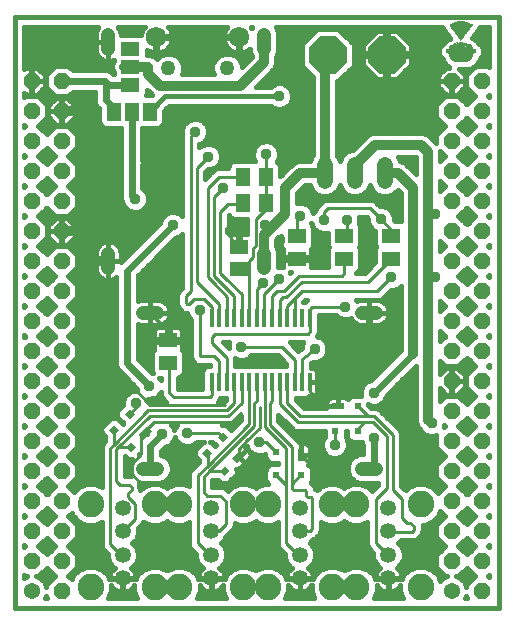
<source format=gbl>
G75*
%MOIN*%
%OFA0B0*%
%FSLAX24Y24*%
%IPPOS*%
%LPD*%
%AMOC8*
5,1,8,0,0,1.08239X$1,22.5*
%
%ADD10C,0.0160*%
%ADD11C,0.0540*%
%ADD12OC8,0.0540*%
%ADD13R,0.0138X0.0591*%
%ADD14OC8,0.1250*%
%ADD15C,0.0472*%
%ADD16C,0.0540*%
%ADD17R,0.0591X0.0512*%
%ADD18R,0.0512X0.0591*%
%ADD19R,0.0394X0.0236*%
%ADD20R,0.0236X0.0236*%
%ADD21R,0.0236X0.0394*%
%ADD22R,0.0236X0.0236*%
%ADD23R,0.0460X0.0630*%
%ADD24C,0.0531*%
%ADD25C,0.0886*%
%ADD26R,0.0630X0.0460*%
%ADD27C,0.0679*%
%ADD28C,0.0502*%
%ADD29R,0.0421X0.0004*%
%ADD30R,0.0465X0.0004*%
%ADD31R,0.0492X0.0004*%
%ADD32R,0.0516X0.0004*%
%ADD33R,0.0531X0.0004*%
%ADD34R,0.0547X0.0004*%
%ADD35R,0.0563X0.0004*%
%ADD36R,0.0575X0.0004*%
%ADD37R,0.0587X0.0004*%
%ADD38R,0.0598X0.0004*%
%ADD39R,0.0610X0.0004*%
%ADD40R,0.0618X0.0004*%
%ADD41R,0.0626X0.0004*%
%ADD42R,0.0638X0.0004*%
%ADD43R,0.0646X0.0004*%
%ADD44R,0.0650X0.0004*%
%ADD45R,0.0657X0.0004*%
%ADD46R,0.0665X0.0004*%
%ADD47R,0.0673X0.0004*%
%ADD48R,0.0677X0.0004*%
%ADD49R,0.0685X0.0004*%
%ADD50R,0.0689X0.0004*%
%ADD51R,0.0693X0.0004*%
%ADD52R,0.0701X0.0004*%
%ADD53R,0.0705X0.0004*%
%ADD54R,0.0709X0.0004*%
%ADD55R,0.0717X0.0004*%
%ADD56R,0.0720X0.0004*%
%ADD57R,0.0724X0.0004*%
%ADD58R,0.0728X0.0004*%
%ADD59R,0.0732X0.0004*%
%ADD60R,0.0736X0.0004*%
%ADD61R,0.0740X0.0004*%
%ADD62R,0.0744X0.0004*%
%ADD63R,0.0748X0.0004*%
%ADD64R,0.0752X0.0004*%
%ADD65R,0.0756X0.0004*%
%ADD66R,0.0760X0.0004*%
%ADD67R,0.0764X0.0004*%
%ADD68R,0.0768X0.0004*%
%ADD69R,0.0772X0.0004*%
%ADD70R,0.0776X0.0004*%
%ADD71R,0.0780X0.0004*%
%ADD72R,0.0783X0.0004*%
%ADD73R,0.0787X0.0004*%
%ADD74R,0.0791X0.0004*%
%ADD75R,0.0795X0.0004*%
%ADD76R,0.0799X0.0004*%
%ADD77R,0.0803X0.0004*%
%ADD78R,0.0807X0.0004*%
%ADD79R,0.0811X0.0004*%
%ADD80R,0.0815X0.0004*%
%ADD81R,0.0819X0.0004*%
%ADD82R,0.0823X0.0004*%
%ADD83R,0.0827X0.0004*%
%ADD84R,0.0831X0.0004*%
%ADD85R,0.0835X0.0004*%
%ADD86R,0.0839X0.0004*%
%ADD87R,0.0909X0.0004*%
%ADD88R,0.0937X0.0004*%
%ADD89R,0.0953X0.0004*%
%ADD90R,0.0961X0.0004*%
%ADD91R,0.0969X0.0004*%
%ADD92R,0.0976X0.0004*%
%ADD93R,0.0980X0.0004*%
%ADD94R,0.0984X0.0004*%
%ADD95R,0.0965X0.0004*%
%ADD96R,0.0957X0.0004*%
%ADD97R,0.0945X0.0004*%
%ADD98R,0.0921X0.0004*%
%ADD99R,0.0232X0.0004*%
%ADD100R,0.0555X0.0004*%
%ADD101R,0.0224X0.0004*%
%ADD102R,0.0543X0.0004*%
%ADD103R,0.0539X0.0004*%
%ADD104R,0.0220X0.0004*%
%ADD105R,0.0535X0.0004*%
%ADD106R,0.0528X0.0004*%
%ADD107R,0.0520X0.0004*%
%ADD108R,0.0512X0.0004*%
%ADD109R,0.0500X0.0004*%
%ADD110R,0.0488X0.0004*%
%ADD111R,0.0484X0.0004*%
%ADD112R,0.0476X0.0004*%
%ADD113R,0.0449X0.0004*%
%ADD114R,0.0370X0.0004*%
%ADD115R,0.0043X0.0004*%
%ADD116R,0.0228X0.0004*%
%ADD117R,0.0358X0.0004*%
%ADD118R,0.0350X0.0004*%
%ADD119R,0.0343X0.0004*%
%ADD120R,0.0331X0.0004*%
%ADD121R,0.0319X0.0004*%
%ADD122R,0.0311X0.0004*%
%ADD123R,0.0307X0.0004*%
%ADD124R,0.0303X0.0004*%
%ADD125R,0.0063X0.0004*%
%ADD126R,0.0130X0.0004*%
%ADD127R,0.0445X0.0004*%
%ADD128R,0.0437X0.0004*%
%ADD129R,0.0433X0.0004*%
%ADD130R,0.0362X0.0004*%
%ADD131R,0.0047X0.0004*%
%ADD132R,0.0354X0.0004*%
%ADD133R,0.0031X0.0004*%
%ADD134R,0.0346X0.0004*%
%ADD135R,0.0339X0.0004*%
%ADD136R,0.0055X0.0004*%
%ADD137R,0.0177X0.0004*%
%ADD138R,0.0035X0.0004*%
%ADD139R,0.0161X0.0004*%
%ADD140R,0.0051X0.0004*%
%ADD141R,0.0142X0.0004*%
%ADD142R,0.0118X0.0004*%
%ADD143R,0.0091X0.0004*%
%ADD144R,0.0024X0.0004*%
%ADD145R,0.0020X0.0004*%
%ADD146R,0.0008X0.0004*%
%ADD147R,0.0004X0.0004*%
%ADD148R,0.0012X0.0004*%
%ADD149R,0.0028X0.0004*%
%ADD150R,0.0059X0.0004*%
%ADD151R,0.0067X0.0004*%
%ADD152R,0.0075X0.0004*%
%ADD153R,0.0083X0.0004*%
%ADD154R,0.0098X0.0004*%
%ADD155R,0.0106X0.0004*%
%ADD156R,0.0114X0.0004*%
%ADD157R,0.0122X0.0004*%
%ADD158R,0.0138X0.0004*%
%ADD159R,0.0146X0.0004*%
%ADD160R,0.0154X0.0004*%
%ADD161R,0.0165X0.0004*%
%ADD162R,0.0169X0.0004*%
%ADD163R,0.0185X0.0004*%
%ADD164R,0.0189X0.0004*%
%ADD165R,0.0193X0.0004*%
%ADD166R,0.0201X0.0004*%
%ADD167R,0.0209X0.0004*%
%ADD168R,0.0213X0.0004*%
%ADD169R,0.0217X0.0004*%
%ADD170R,0.0236X0.0004*%
%ADD171R,0.0240X0.0004*%
%ADD172R,0.0248X0.0004*%
%ADD173R,0.0256X0.0004*%
%ADD174R,0.0264X0.0004*%
%ADD175R,0.0272X0.0004*%
%ADD176R,0.0280X0.0004*%
%ADD177R,0.0287X0.0004*%
%ADD178R,0.0295X0.0004*%
%ADD179R,0.0299X0.0004*%
%ADD180R,0.0126X0.0004*%
%ADD181R,0.0157X0.0004*%
%ADD182R,0.0134X0.0004*%
%ADD183R,0.0173X0.0004*%
%ADD184R,0.0366X0.0004*%
%ADD185R,0.0374X0.0004*%
%ADD186R,0.0382X0.0004*%
%ADD187R,0.0390X0.0004*%
%ADD188R,0.0394X0.0004*%
%ADD189R,0.0398X0.0004*%
%ADD190R,0.0406X0.0004*%
%ADD191R,0.0409X0.0004*%
%ADD192R,0.0417X0.0004*%
%ADD193R,0.0429X0.0004*%
%ADD194R,0.0441X0.0004*%
%ADD195R,0.0453X0.0004*%
%ADD196R,0.0457X0.0004*%
%ADD197R,0.0469X0.0004*%
%ADD198R,0.0480X0.0004*%
%ADD199R,0.0504X0.0004*%
%ADD200R,0.0508X0.0004*%
%ADD201R,0.0551X0.0004*%
%ADD202R,0.0567X0.0004*%
%ADD203R,0.0579X0.0004*%
%ADD204R,0.0413X0.0004*%
%ADD205R,0.0425X0.0004*%
%ADD206R,0.0181X0.0004*%
%ADD207R,0.0634X0.0004*%
%ADD208R,0.0654X0.0004*%
%ADD209R,0.0661X0.0004*%
%ADD210R,0.0669X0.0004*%
%ADD211R,0.0697X0.0004*%
%ADD212R,0.0244X0.0004*%
%ADD213R,0.0252X0.0004*%
%ADD214R,0.0461X0.0004*%
%ADD215R,0.0094X0.0004*%
%ADD216R,0.0622X0.0004*%
%ADD217R,0.0102X0.0004*%
%ADD218R,0.0630X0.0004*%
%ADD219R,0.0614X0.0004*%
%ADD220R,0.0583X0.0004*%
%ADD221R,0.0327X0.0004*%
%ADD222C,0.0320*%
%ADD223C,0.0376*%
%ADD224C,0.0100*%
%ADD225C,0.0240*%
D10*
X002254Y004003D02*
X018396Y004003D01*
X018396Y023688D01*
X002254Y023688D01*
X002254Y004003D01*
X002574Y005006D02*
X002675Y005048D01*
X002613Y005048D01*
X002574Y005088D01*
X002574Y005006D01*
X002974Y005048D02*
X003036Y005048D01*
X003325Y005337D01*
X003603Y005058D01*
X003315Y004769D01*
X003315Y004708D01*
X003257Y004847D01*
X003114Y004990D01*
X002974Y005048D01*
X003100Y005112D02*
X003549Y005112D01*
X003499Y004954D02*
X003150Y004954D01*
X003278Y004795D02*
X003341Y004795D01*
X003315Y004408D02*
X003279Y004323D01*
X003339Y004323D01*
X003315Y004347D01*
X003315Y004408D01*
X004046Y005058D02*
X004335Y005347D01*
X004335Y005769D01*
X004046Y006058D01*
X004335Y006347D01*
X004335Y006769D01*
X004046Y007058D01*
X004160Y007172D01*
X004206Y007061D01*
X004398Y006869D01*
X004649Y006765D01*
X004921Y006765D01*
X005153Y006861D01*
X005153Y006063D01*
X005197Y005957D01*
X005350Y005803D01*
X005350Y005666D01*
X005427Y005480D01*
X005570Y005338D01*
X005584Y005332D01*
X005566Y005319D01*
X005516Y005270D01*
X005475Y005213D01*
X005443Y005150D01*
X005421Y005084D01*
X005410Y005014D01*
X005410Y004988D01*
X005848Y004988D01*
X005848Y004971D01*
X005865Y004971D01*
X005865Y004988D01*
X006302Y004988D01*
X006302Y005014D01*
X006291Y005084D01*
X006269Y005150D01*
X006237Y005213D01*
X006196Y005270D01*
X006147Y005319D01*
X006129Y005332D01*
X006143Y005338D01*
X006285Y005480D01*
X006362Y005666D01*
X006362Y005867D01*
X006285Y006053D01*
X006178Y006160D01*
X006285Y006268D01*
X006362Y006454D01*
X006362Y006650D01*
X006515Y006803D01*
X006542Y006868D01*
X006791Y006765D01*
X007063Y006765D01*
X007314Y006869D01*
X007333Y006888D01*
X007351Y006869D01*
X007602Y006765D01*
X007874Y006765D01*
X008066Y006845D01*
X008066Y006103D01*
X008110Y005996D01*
X008303Y005803D01*
X008303Y005666D01*
X008380Y005480D01*
X008522Y005338D01*
X008536Y005332D01*
X008519Y005319D01*
X008469Y005270D01*
X008428Y005213D01*
X008396Y005150D01*
X008374Y005084D01*
X008363Y005014D01*
X008363Y004988D01*
X008800Y004988D01*
X008800Y004971D01*
X008363Y004971D01*
X008363Y004967D01*
X008317Y005079D01*
X008125Y005271D01*
X007874Y005375D01*
X007602Y005375D01*
X007351Y005271D01*
X007333Y005252D01*
X007314Y005271D01*
X007063Y005375D01*
X006791Y005375D01*
X006540Y005271D01*
X006348Y005079D01*
X006302Y004967D01*
X006302Y004971D01*
X005865Y004971D01*
X005865Y004534D01*
X005891Y004534D01*
X005961Y004545D01*
X006027Y004566D01*
X006090Y004598D01*
X006147Y004639D01*
X006196Y004689D01*
X006237Y004746D01*
X006244Y004759D01*
X006244Y004556D01*
X006341Y004323D01*
X005372Y004323D01*
X005468Y004556D01*
X005468Y004759D01*
X005475Y004746D01*
X005516Y004689D01*
X005566Y004639D01*
X005623Y004598D01*
X005685Y004566D01*
X005752Y004545D01*
X005821Y004534D01*
X005848Y004534D01*
X005848Y004971D01*
X005410Y004971D01*
X005410Y004967D01*
X005364Y005079D01*
X005172Y005271D01*
X005517Y005271D01*
X005478Y005429D02*
X004335Y005429D01*
X004335Y005588D02*
X005383Y005588D01*
X005350Y005746D02*
X004335Y005746D01*
X004199Y005905D02*
X005249Y005905D01*
X005153Y006063D02*
X004051Y006063D01*
X004210Y006222D02*
X005153Y006222D01*
X005153Y006380D02*
X004335Y006380D01*
X004335Y006539D02*
X005153Y006539D01*
X005153Y006697D02*
X004335Y006697D01*
X004248Y006856D02*
X004430Y006856D01*
X004253Y007014D02*
X004090Y007014D01*
X003603Y007058D02*
X003325Y006779D01*
X003046Y007058D01*
X003325Y007337D01*
X003603Y007058D01*
X003560Y007014D02*
X003090Y007014D01*
X003161Y007173D02*
X003489Y007173D01*
X003330Y007331D02*
X003319Y007331D01*
X003325Y007779D02*
X003603Y008058D01*
X003325Y008337D01*
X003046Y008058D01*
X003325Y007779D01*
X003352Y007807D02*
X003297Y007807D01*
X003139Y007965D02*
X003511Y007965D01*
X003538Y008124D02*
X003112Y008124D01*
X003270Y008282D02*
X003379Y008282D01*
X003325Y008779D02*
X003603Y009058D01*
X003325Y009337D01*
X003046Y009058D01*
X003325Y008779D01*
X003188Y008916D02*
X003462Y008916D01*
X003587Y009075D02*
X003063Y009075D01*
X003221Y009233D02*
X003428Y009233D01*
X003325Y009779D02*
X003603Y010058D01*
X003325Y010337D01*
X003046Y010058D01*
X003325Y009779D01*
X003237Y009867D02*
X003413Y009867D01*
X003571Y010026D02*
X003078Y010026D01*
X003172Y010184D02*
X003477Y010184D01*
X003325Y010779D02*
X003603Y011058D01*
X003325Y011337D01*
X003046Y011058D01*
X003325Y010779D01*
X003286Y010818D02*
X003364Y010818D01*
X003522Y010977D02*
X003127Y010977D01*
X003123Y011135D02*
X003526Y011135D01*
X003368Y011294D02*
X003282Y011294D01*
X003325Y011779D02*
X003603Y012058D01*
X003325Y012337D01*
X003046Y012058D01*
X003325Y011779D01*
X003176Y011928D02*
X003473Y011928D01*
X003575Y012086D02*
X003074Y012086D01*
X003233Y012245D02*
X003417Y012245D01*
X003325Y012779D02*
X003603Y013058D01*
X003325Y013337D01*
X003046Y013058D01*
X003325Y012779D01*
X003424Y012879D02*
X003225Y012879D01*
X003067Y013037D02*
X003583Y013037D01*
X003466Y013196D02*
X003184Y013196D01*
X003325Y013779D02*
X003603Y014058D01*
X003325Y014337D01*
X003046Y014058D01*
X003325Y013779D01*
X003375Y013830D02*
X003274Y013830D01*
X003116Y013988D02*
X003534Y013988D01*
X003515Y014147D02*
X003135Y014147D01*
X003293Y014305D02*
X003356Y014305D01*
X003325Y014779D02*
X003603Y015058D01*
X003325Y015337D01*
X003046Y015058D01*
X003325Y014779D01*
X003323Y014781D02*
X003326Y014781D01*
X003485Y014939D02*
X003165Y014939D01*
X003086Y015098D02*
X003564Y015098D01*
X003405Y015256D02*
X003244Y015256D01*
X003325Y015779D02*
X003046Y016058D01*
X003335Y016347D01*
X003335Y016769D01*
X003046Y017058D01*
X003325Y017337D01*
X003613Y017048D01*
X004036Y017048D01*
X004335Y017347D01*
X004335Y017769D01*
X004046Y018058D01*
X004335Y018347D01*
X004335Y018769D01*
X004046Y019058D01*
X004335Y019347D01*
X004335Y019769D01*
X004036Y020068D01*
X003613Y020068D01*
X003325Y019779D01*
X003046Y020058D01*
X003335Y020347D01*
X003335Y020769D01*
X003036Y021068D01*
X002613Y021068D01*
X002574Y021028D01*
X002574Y021173D01*
X002638Y021108D01*
X002815Y021108D01*
X002815Y021548D01*
X002835Y021548D01*
X002835Y021568D01*
X003275Y021568D01*
X003275Y021744D01*
X003011Y022008D01*
X002835Y022008D01*
X002835Y021568D01*
X002815Y021568D01*
X002815Y022008D01*
X002638Y022008D01*
X002574Y021944D01*
X002574Y023368D01*
X005046Y023368D01*
X005014Y023323D01*
X004984Y023265D01*
X004964Y023203D01*
X004953Y023138D01*
X004953Y022869D01*
X004953Y022600D01*
X004964Y022535D01*
X004984Y022473D01*
X005014Y022415D01*
X005052Y022362D01*
X005098Y022315D01*
X005151Y022277D01*
X005210Y022247D01*
X005272Y022227D01*
X005337Y022217D01*
X005370Y022217D01*
X005402Y022217D01*
X005467Y022227D01*
X005529Y022247D01*
X005557Y022261D01*
X005557Y022215D01*
X005515Y022114D01*
X005515Y021955D01*
X005557Y021854D01*
X005557Y021794D01*
X005532Y021794D01*
X005489Y021837D01*
X005463Y021863D01*
X005331Y021918D01*
X004186Y021918D01*
X004036Y022068D01*
X003613Y022068D01*
X003315Y021769D01*
X003315Y021347D01*
X003613Y021048D01*
X004036Y021048D01*
X004186Y021198D01*
X004925Y021198D01*
X004925Y020860D01*
X004980Y020728D01*
X005081Y020627D01*
X005081Y020627D01*
X005081Y020176D01*
X005118Y020087D01*
X005185Y020020D01*
X005274Y019983D01*
X005791Y019983D01*
X005791Y017672D01*
X005841Y017551D01*
X005841Y017540D01*
X005907Y017382D01*
X006027Y017262D01*
X006184Y017197D01*
X006355Y017197D01*
X006512Y017262D01*
X006632Y017382D01*
X006698Y017540D01*
X006698Y017710D01*
X006632Y017868D01*
X006512Y017988D01*
X006511Y017988D01*
X006511Y018767D01*
X006520Y018788D01*
X006520Y018903D01*
X006511Y018924D01*
X006511Y019983D01*
X007029Y019983D01*
X007117Y020020D01*
X007185Y020087D01*
X007221Y020176D01*
X007221Y020556D01*
X007396Y020730D01*
X010787Y020730D01*
X010830Y020687D01*
X010988Y020622D01*
X011158Y020622D01*
X011315Y020687D01*
X011436Y020808D01*
X011501Y020965D01*
X011501Y021135D01*
X011436Y021293D01*
X011315Y021413D01*
X011158Y021478D01*
X010988Y021478D01*
X010830Y021413D01*
X010787Y021370D01*
X010305Y021370D01*
X010796Y021861D01*
X010909Y021974D01*
X010970Y022121D01*
X010970Y022359D01*
X010973Y022363D01*
X011046Y022538D01*
X011046Y023200D01*
X010976Y023368D01*
X016516Y023368D01*
X016516Y023351D01*
X016552Y023263D01*
X016557Y023258D01*
X016560Y023251D01*
X016569Y023242D01*
X016572Y023235D01*
X016581Y023226D01*
X016584Y023219D01*
X016593Y023210D01*
X016596Y023204D01*
X016605Y023195D01*
X016607Y023188D01*
X016616Y023179D01*
X016619Y023172D01*
X016628Y023163D01*
X016631Y023156D01*
X016640Y023147D01*
X016643Y023141D01*
X016652Y023132D01*
X016655Y023125D01*
X016664Y023116D01*
X016666Y023109D01*
X016676Y023100D01*
X016678Y023093D01*
X016683Y023088D01*
X016686Y023082D01*
X016695Y023073D01*
X016698Y023066D01*
X016707Y023057D01*
X016710Y023050D01*
X016719Y023041D01*
X016722Y023034D01*
X016731Y023025D01*
X016733Y023019D01*
X016742Y023010D01*
X016745Y023003D01*
X016754Y022994D01*
X016757Y022987D01*
X016765Y022979D01*
X016766Y022978D01*
X016766Y022977D01*
X016754Y022965D01*
X016746Y022961D01*
X016743Y022961D01*
X016655Y022925D01*
X016654Y022924D01*
X016647Y022921D01*
X016646Y022920D01*
X016640Y022917D01*
X016572Y022850D01*
X016568Y022846D01*
X016564Y022842D01*
X016560Y022838D01*
X016556Y022834D01*
X016552Y022830D01*
X016548Y022826D01*
X016546Y022819D01*
X016544Y022818D01*
X016541Y022814D01*
X016538Y022807D01*
X016537Y022806D01*
X016535Y022803D01*
X016525Y022799D01*
X016458Y022731D01*
X016454Y022727D01*
X016450Y022724D01*
X016446Y022720D01*
X016442Y022716D01*
X016406Y022627D01*
X016406Y022625D01*
X016402Y022616D01*
X016402Y022469D01*
X016406Y022459D01*
X016406Y022457D01*
X016442Y022369D01*
X016454Y022357D01*
X016518Y022293D01*
X016520Y022289D01*
X016520Y022288D01*
X016556Y022200D01*
X016557Y022199D01*
X016560Y022192D01*
X016561Y022191D01*
X016564Y022184D01*
X016565Y022183D01*
X016568Y022176D01*
X016569Y022175D01*
X016572Y022168D01*
X016577Y022163D01*
X016580Y022156D01*
X016585Y022151D01*
X016588Y022145D01*
X016593Y022139D01*
X016596Y022133D01*
X016663Y022065D01*
X016667Y022061D01*
X016671Y022057D01*
X016675Y022053D01*
X016679Y022049D01*
X016683Y022046D01*
X016687Y022042D01*
X016691Y022038D01*
X016695Y022034D01*
X016701Y022031D01*
X016703Y022030D01*
X016706Y022026D01*
X016713Y022023D01*
X016714Y022022D01*
X016714Y022022D01*
X016718Y022018D01*
X016725Y022015D01*
X016726Y022014D01*
X016733Y022011D01*
X016734Y022010D01*
X016739Y022008D01*
X016638Y022008D01*
X016375Y021744D01*
X016375Y021568D01*
X016815Y021568D01*
X016815Y021548D01*
X016835Y021548D01*
X016835Y021568D01*
X017275Y021568D01*
X017275Y021744D01*
X017061Y021958D01*
X017394Y021958D01*
X017404Y021962D01*
X017418Y021962D01*
X017427Y021966D01*
X017429Y021966D01*
X017439Y021970D01*
X017441Y021970D01*
X017530Y022006D01*
X017531Y022007D01*
X017537Y022010D01*
X017539Y022011D01*
X017545Y022014D01*
X017546Y022015D01*
X017553Y022018D01*
X017554Y022019D01*
X017561Y022022D01*
X017565Y022026D01*
X017566Y022027D01*
X017573Y022030D01*
X017577Y022034D01*
X017581Y022038D01*
X017585Y022042D01*
X017586Y022043D01*
X017590Y022044D01*
X017315Y021769D01*
X017315Y021347D01*
X017603Y021058D01*
X017325Y020779D01*
X017036Y021068D01*
X016613Y021068D01*
X016315Y020769D01*
X016315Y020347D01*
X016603Y020058D01*
X016315Y019769D01*
X016315Y019484D01*
X016260Y019539D01*
X016024Y019775D01*
X015877Y019836D01*
X014182Y019836D01*
X014035Y019775D01*
X013531Y019271D01*
X013491Y019271D01*
X013303Y019193D01*
X013160Y019050D01*
X013092Y018887D01*
X013025Y019050D01*
X012992Y019082D01*
X012992Y021563D01*
X013045Y021563D01*
X013552Y022070D01*
X013552Y022786D01*
X013045Y023293D01*
X012329Y023293D01*
X011822Y022786D01*
X011822Y022070D01*
X012192Y021699D01*
X012192Y019082D01*
X012160Y019050D01*
X012094Y018891D01*
X011702Y018891D01*
X011555Y018830D01*
X011442Y018718D01*
X011442Y018718D01*
X011116Y018391D01*
X011116Y018716D01*
X011079Y018804D01*
X011012Y018872D01*
X011000Y018876D01*
X011003Y018879D01*
X011068Y019036D01*
X011068Y019206D01*
X011003Y019364D01*
X010882Y019484D01*
X010725Y019549D01*
X010554Y019549D01*
X010397Y019484D01*
X010277Y019364D01*
X010212Y019206D01*
X010212Y019036D01*
X010272Y018890D01*
X010246Y018879D01*
X010176Y018908D01*
X009568Y018908D01*
X009480Y018872D01*
X009413Y018804D01*
X009376Y018716D01*
X009376Y018663D01*
X009115Y018663D01*
X009107Y018666D01*
X009057Y018663D01*
X009007Y018663D01*
X009000Y018660D01*
X008992Y018660D01*
X008947Y018638D01*
X008901Y018619D01*
X008895Y018613D01*
X008888Y018610D01*
X008854Y018573D01*
X008819Y018537D01*
X008816Y018530D01*
X008607Y018298D01*
X008607Y018528D01*
X008693Y018614D01*
X008796Y018614D01*
X008953Y018679D01*
X009073Y018800D01*
X009139Y018957D01*
X009139Y019127D01*
X009073Y019285D01*
X008953Y019405D01*
X008796Y019470D01*
X008625Y019470D01*
X008468Y019405D01*
X008410Y019347D01*
X008410Y019461D01*
X008520Y019506D01*
X008640Y019627D01*
X008706Y019784D01*
X008706Y019954D01*
X008640Y020112D01*
X008520Y020232D01*
X008363Y020297D01*
X008192Y020297D01*
X008035Y020232D01*
X007914Y020112D01*
X007849Y019954D01*
X007849Y019816D01*
X007830Y019769D01*
X007830Y017064D01*
X007772Y017122D01*
X007615Y017187D01*
X007444Y017187D01*
X007287Y017122D01*
X007166Y017001D01*
X007101Y016844D01*
X007101Y016840D01*
X005786Y015524D01*
X005786Y015569D01*
X005370Y015569D01*
X005370Y015569D01*
X005786Y015569D01*
X005786Y015838D01*
X005776Y015903D01*
X005755Y015965D01*
X005726Y016023D01*
X005687Y016076D01*
X005641Y016123D01*
X005588Y016161D01*
X005529Y016191D01*
X005467Y016211D01*
X005402Y016222D01*
X005370Y016222D01*
X005370Y015569D01*
X005370Y014917D01*
X005402Y014917D01*
X005467Y014927D01*
X005529Y014947D01*
X005588Y014977D01*
X005634Y015011D01*
X005634Y012081D01*
X005689Y011949D01*
X005790Y011847D01*
X006314Y011324D01*
X006314Y011319D01*
X006346Y011242D01*
X006224Y011242D01*
X006066Y011177D01*
X005946Y011056D01*
X005881Y010899D01*
X005881Y010768D01*
X005714Y010601D01*
X005677Y010513D01*
X005677Y010418D01*
X005714Y010329D01*
X005879Y010164D01*
X005856Y010142D01*
X005691Y010307D01*
X005603Y010343D01*
X005508Y010343D01*
X005419Y010307D01*
X005185Y010072D01*
X005148Y009984D01*
X005148Y009889D01*
X005185Y009800D01*
X005265Y009720D01*
X005265Y009551D01*
X005197Y009482D01*
X005153Y009376D01*
X005153Y008035D01*
X004921Y008131D01*
X004649Y008131D01*
X004398Y008027D01*
X004238Y007866D01*
X004046Y008058D01*
X004335Y008347D01*
X004335Y008769D01*
X004046Y009058D01*
X004335Y009347D01*
X004335Y009769D01*
X004046Y010058D01*
X004335Y010347D01*
X004335Y010769D01*
X004046Y011058D01*
X004335Y011347D01*
X004335Y011769D01*
X004046Y012058D01*
X004335Y012347D01*
X004335Y012769D01*
X004046Y013058D01*
X004335Y013347D01*
X004335Y013769D01*
X004046Y014058D01*
X004335Y014347D01*
X004335Y014769D01*
X004046Y015058D01*
X004335Y015347D01*
X004335Y015769D01*
X004036Y016068D01*
X003613Y016068D01*
X003325Y015779D01*
X003214Y015890D02*
X003436Y015890D01*
X003594Y016049D02*
X003055Y016049D01*
X003195Y016207D02*
X003539Y016207D01*
X003638Y016108D02*
X003375Y016372D01*
X003375Y016548D01*
X003815Y016548D01*
X003835Y016548D01*
X003835Y016568D01*
X004275Y016568D01*
X004275Y016744D01*
X004011Y017008D01*
X003835Y017008D01*
X003835Y016568D01*
X003815Y016568D01*
X003815Y017008D01*
X003638Y017008D01*
X003375Y016744D01*
X003375Y016568D01*
X003815Y016568D01*
X003815Y016548D01*
X003815Y016108D01*
X003638Y016108D01*
X003835Y016108D02*
X004011Y016108D01*
X004275Y016372D01*
X004275Y016548D01*
X003835Y016548D01*
X003835Y016108D01*
X003835Y016207D02*
X003815Y016207D01*
X003815Y016366D02*
X003835Y016366D01*
X003835Y016524D02*
X003815Y016524D01*
X003815Y016683D02*
X003835Y016683D01*
X003835Y016841D02*
X003815Y016841D01*
X003815Y017000D02*
X003835Y017000D01*
X004019Y017000D02*
X007166Y017000D01*
X007101Y016841D02*
X004178Y016841D01*
X004275Y016683D02*
X006944Y016683D01*
X006786Y016524D02*
X004275Y016524D01*
X004269Y016366D02*
X006627Y016366D01*
X006469Y016207D02*
X005479Y016207D01*
X005370Y016207D02*
X005370Y016207D01*
X005370Y016222D02*
X005337Y016222D01*
X005272Y016211D01*
X005210Y016191D01*
X005151Y016161D01*
X005098Y016123D01*
X005052Y016076D01*
X005014Y016023D01*
X004984Y015965D01*
X004964Y015903D01*
X004953Y015838D01*
X004953Y015569D01*
X004953Y015300D01*
X004964Y015235D01*
X004984Y015173D01*
X005014Y015115D01*
X005052Y015062D01*
X005098Y015015D01*
X005151Y014977D01*
X005210Y014947D01*
X005272Y014927D01*
X005337Y014917D01*
X005370Y014917D01*
X005370Y015569D01*
X005370Y015569D01*
X005370Y015569D01*
X005370Y016222D01*
X005260Y016207D02*
X004110Y016207D01*
X004055Y016049D02*
X005032Y016049D01*
X004962Y015890D02*
X004214Y015890D01*
X004335Y015732D02*
X004953Y015732D01*
X004953Y015573D02*
X004335Y015573D01*
X004335Y015415D02*
X004953Y015415D01*
X004953Y015569D02*
X005370Y015569D01*
X005370Y015569D01*
X004953Y015569D01*
X004960Y015256D02*
X004244Y015256D01*
X004086Y015098D02*
X005026Y015098D01*
X005233Y014939D02*
X004165Y014939D01*
X004323Y014781D02*
X005634Y014781D01*
X005634Y014939D02*
X005506Y014939D01*
X005370Y014939D02*
X005370Y014939D01*
X005370Y015098D02*
X005370Y015098D01*
X005370Y015256D02*
X005370Y015256D01*
X005370Y015415D02*
X005370Y015415D01*
X005370Y015573D02*
X005370Y015573D01*
X005370Y015732D02*
X005370Y015732D01*
X005370Y015890D02*
X005370Y015890D01*
X005370Y016049D02*
X005370Y016049D01*
X005128Y016483D02*
X004852Y016483D01*
X004146Y017158D02*
X007375Y017158D01*
X007683Y017158D02*
X007830Y017158D01*
X007830Y017317D02*
X006567Y017317D01*
X006671Y017475D02*
X007830Y017475D01*
X007830Y017634D02*
X006698Y017634D01*
X006664Y017792D02*
X007830Y017792D01*
X007830Y017951D02*
X006549Y017951D01*
X006511Y018109D02*
X007830Y018109D01*
X007830Y018268D02*
X006511Y018268D01*
X006511Y018426D02*
X007830Y018426D01*
X007830Y018585D02*
X006511Y018585D01*
X006511Y018743D02*
X007830Y018743D01*
X007830Y018902D02*
X006520Y018902D01*
X006511Y019060D02*
X007830Y019060D01*
X007830Y019219D02*
X006511Y019219D01*
X006511Y019377D02*
X007830Y019377D01*
X007830Y019536D02*
X006511Y019536D01*
X006511Y019694D02*
X007830Y019694D01*
X007849Y019853D02*
X006511Y019853D01*
X007097Y020011D02*
X007873Y020011D01*
X007973Y020170D02*
X007219Y020170D01*
X007221Y020328D02*
X012192Y020328D01*
X012192Y020170D02*
X008582Y020170D01*
X008682Y020011D02*
X012192Y020011D01*
X012192Y019853D02*
X008706Y019853D01*
X008668Y019694D02*
X012192Y019694D01*
X012192Y019536D02*
X010757Y019536D01*
X010523Y019536D02*
X008550Y019536D01*
X008440Y019377D02*
X008410Y019377D01*
X008981Y019377D02*
X010291Y019377D01*
X010217Y019219D02*
X009101Y019219D01*
X009139Y019060D02*
X010212Y019060D01*
X010191Y018902D02*
X010267Y018902D01*
X009553Y018902D02*
X009116Y018902D01*
X009017Y018743D02*
X009387Y018743D01*
X008865Y018585D02*
X008663Y018585D01*
X008607Y018426D02*
X008723Y018426D01*
X009408Y017086D02*
X009413Y017076D01*
X009480Y017008D01*
X009568Y016972D01*
X009995Y016972D01*
X009995Y016466D01*
X009782Y016466D01*
X009782Y016078D01*
X009686Y016078D01*
X009686Y016466D01*
X009415Y016466D01*
X009394Y016461D01*
X009394Y017072D01*
X009408Y017086D01*
X009394Y017000D02*
X009500Y017000D01*
X009394Y016841D02*
X009995Y016841D01*
X009995Y016683D02*
X009394Y016683D01*
X009394Y016524D02*
X009995Y016524D01*
X009782Y016366D02*
X009686Y016366D01*
X009686Y016207D02*
X009782Y016207D01*
X010970Y016207D02*
X011128Y016207D01*
X011128Y016081D02*
X011165Y015993D01*
X011199Y015958D01*
X011188Y015916D01*
X011188Y015685D01*
X011615Y015685D01*
X011615Y015589D01*
X011188Y015589D01*
X011188Y015363D01*
X011158Y015376D01*
X011046Y015376D01*
X011046Y015900D01*
X010973Y016075D01*
X010970Y016079D01*
X010970Y016248D01*
X011004Y016282D01*
X011128Y016406D01*
X011128Y016081D01*
X011141Y016049D02*
X010984Y016049D01*
X011046Y015890D02*
X011188Y015890D01*
X011188Y015732D02*
X011046Y015732D01*
X011046Y015573D02*
X011188Y015573D01*
X011188Y015415D02*
X011046Y015415D01*
X011425Y015201D02*
X011467Y015201D01*
X011442Y015176D01*
X011436Y015190D01*
X011425Y015201D01*
X011711Y015589D02*
X011711Y015685D01*
X012139Y015685D01*
X012139Y015916D01*
X012127Y015958D01*
X012162Y015993D01*
X012199Y016081D01*
X012199Y016688D01*
X012162Y016777D01*
X012126Y016813D01*
X012142Y016829D01*
X012206Y016674D01*
X012326Y016553D01*
X012484Y016488D01*
X012654Y016488D01*
X012703Y016508D01*
X012703Y016081D01*
X012732Y016011D01*
X012703Y015940D01*
X012703Y015356D01*
X012138Y015356D01*
X012139Y015357D01*
X012139Y015589D01*
X011711Y015589D01*
X012139Y015573D02*
X012703Y015573D01*
X012703Y015415D02*
X012139Y015415D01*
X012139Y015732D02*
X012703Y015732D01*
X012703Y015890D02*
X012139Y015890D01*
X012185Y016049D02*
X012716Y016049D01*
X012703Y016207D02*
X012199Y016207D01*
X012199Y016366D02*
X012703Y016366D01*
X012396Y016524D02*
X012199Y016524D01*
X012199Y016683D02*
X012202Y016683D01*
X012208Y017161D02*
X012144Y017316D01*
X012024Y017437D01*
X011867Y017502D01*
X011696Y017502D01*
X011670Y017491D01*
X011670Y017814D01*
X011947Y018091D01*
X012094Y018091D01*
X012160Y017932D01*
X012303Y017789D01*
X012491Y017711D01*
X012694Y017711D01*
X012881Y017789D01*
X013025Y017932D01*
X013092Y018096D01*
X013160Y017932D01*
X013303Y017789D01*
X013491Y017711D01*
X013694Y017711D01*
X013881Y017789D01*
X014025Y017932D01*
X014092Y018096D01*
X014160Y017932D01*
X014303Y017789D01*
X014491Y017711D01*
X014694Y017711D01*
X014881Y017789D01*
X015022Y017929D01*
X015122Y017829D01*
X015122Y016881D01*
X014944Y016881D01*
X014887Y016938D01*
X014887Y017041D01*
X014821Y017198D01*
X014701Y017319D01*
X014544Y017384D01*
X014441Y017384D01*
X014268Y017556D01*
X014162Y017600D01*
X012629Y017600D01*
X012523Y017556D01*
X012441Y017474D01*
X012323Y017356D01*
X012279Y017250D01*
X012279Y017232D01*
X012208Y017161D01*
X012144Y017317D02*
X012307Y017317D01*
X012442Y017475D02*
X011930Y017475D01*
X011807Y017951D02*
X012152Y017951D01*
X012300Y017792D02*
X011670Y017792D01*
X011670Y017634D02*
X015122Y017634D01*
X015122Y017792D02*
X014885Y017792D01*
X015122Y017475D02*
X014349Y017475D01*
X014300Y017792D02*
X013885Y017792D01*
X014033Y017951D02*
X014152Y017951D01*
X014703Y017317D02*
X015122Y017317D01*
X015122Y017158D02*
X014838Y017158D01*
X014887Y017000D02*
X015122Y017000D01*
X014278Y016567D02*
X014278Y016081D01*
X014307Y016011D01*
X014278Y015940D01*
X014278Y015512D01*
X013925Y015159D01*
X013625Y015159D01*
X013669Y015177D01*
X013737Y015245D01*
X013773Y015333D01*
X013773Y015940D01*
X013744Y016011D01*
X013773Y016081D01*
X013773Y016688D01*
X013737Y016777D01*
X013727Y016787D01*
X013745Y016831D01*
X013745Y017001D01*
X013737Y017020D01*
X013984Y017020D01*
X014030Y016974D01*
X014030Y016871D01*
X014096Y016713D01*
X014216Y016593D01*
X014278Y016567D01*
X014278Y016524D02*
X013773Y016524D01*
X013773Y016366D02*
X014278Y016366D01*
X014278Y016207D02*
X013773Y016207D01*
X013760Y016049D02*
X014291Y016049D01*
X014278Y015890D02*
X013773Y015890D01*
X013773Y015732D02*
X014278Y015732D01*
X014278Y015573D02*
X013773Y015573D01*
X013773Y015415D02*
X014181Y015415D01*
X014022Y015256D02*
X013742Y015256D01*
X013649Y014264D02*
X014398Y014264D01*
X014505Y014308D01*
X014795Y014598D01*
X014898Y014598D01*
X015055Y014664D01*
X015122Y014730D01*
X015122Y012577D01*
X014141Y011596D01*
X014137Y011596D01*
X013980Y011531D01*
X013859Y011411D01*
X013794Y011253D01*
X013794Y011083D01*
X013798Y011074D01*
X013525Y011074D01*
X013437Y011037D01*
X013369Y010970D01*
X013360Y010947D01*
X013329Y010978D01*
X013288Y011001D01*
X013242Y011014D01*
X013022Y011014D01*
X013022Y010716D01*
X013022Y010716D01*
X013022Y011014D01*
X012801Y011014D01*
X012755Y011001D01*
X012714Y010978D01*
X012681Y010944D01*
X012657Y010903D01*
X012645Y010857D01*
X012645Y010716D01*
X013022Y010716D01*
X013022Y010716D01*
X012645Y010716D01*
X012645Y010671D01*
X011901Y010671D01*
X011630Y010942D01*
X011630Y010989D01*
X011709Y010989D01*
X011718Y010992D01*
X011727Y010989D01*
X011961Y010989D01*
X012049Y011025D01*
X012072Y011049D01*
X012096Y011049D01*
X012096Y011072D01*
X012096Y011072D01*
X012096Y011049D01*
X012189Y011049D01*
X012234Y011061D01*
X012275Y011085D01*
X012309Y011118D01*
X012333Y011159D01*
X012345Y011205D01*
X012345Y011524D01*
X012345Y011843D01*
X012333Y011889D01*
X012309Y011930D01*
X012275Y011963D01*
X012234Y011987D01*
X012189Y011999D01*
X012134Y011999D01*
X012134Y012155D01*
X012185Y012197D01*
X012339Y012197D01*
X012496Y012262D01*
X012617Y012382D01*
X012682Y012540D01*
X012682Y012710D01*
X012617Y012868D01*
X012496Y012988D01*
X012342Y013052D01*
X012386Y013158D01*
X012386Y013261D01*
X012405Y013307D01*
X012405Y013752D01*
X012962Y013752D01*
X013035Y013679D01*
X013192Y013614D01*
X013363Y013614D01*
X013463Y013656D01*
X013480Y013622D01*
X013519Y013569D01*
X013565Y013522D01*
X013618Y013484D01*
X013677Y013454D01*
X013739Y013434D01*
X013804Y013424D01*
X014073Y013424D01*
X014342Y013424D01*
X014406Y013434D01*
X014469Y013454D01*
X014527Y013484D01*
X014580Y013522D01*
X014626Y013569D01*
X014665Y013622D01*
X014695Y013680D01*
X014715Y013742D01*
X014725Y013807D01*
X014725Y013840D01*
X014725Y013873D01*
X014715Y013937D01*
X014695Y014000D01*
X014665Y014058D01*
X014626Y014111D01*
X014580Y014157D01*
X014527Y014196D01*
X014469Y014226D01*
X014406Y014246D01*
X014342Y014256D01*
X014073Y014256D01*
X014073Y013840D01*
X014725Y013840D01*
X014073Y013840D01*
X014073Y013840D01*
X014073Y013840D01*
X014073Y013424D01*
X014073Y013840D01*
X014073Y013840D01*
X014073Y014256D01*
X013804Y014256D01*
X013739Y014246D01*
X013677Y014226D01*
X013667Y014221D01*
X013649Y014264D01*
X014073Y014147D02*
X014073Y014147D01*
X014073Y013988D02*
X014073Y013988D01*
X014073Y013830D02*
X014073Y013830D01*
X014073Y013671D02*
X014073Y013671D01*
X014073Y013513D02*
X014073Y013513D01*
X014567Y013513D02*
X015122Y013513D01*
X015122Y013671D02*
X014690Y013671D01*
X014725Y013830D02*
X015122Y013830D01*
X015122Y013988D02*
X014698Y013988D01*
X014591Y014147D02*
X015122Y014147D01*
X015122Y014305D02*
X014498Y014305D01*
X014660Y014464D02*
X015122Y014464D01*
X015122Y014622D02*
X014956Y014622D01*
X015122Y013354D02*
X012405Y013354D01*
X012405Y013513D02*
X013578Y013513D01*
X013054Y013671D02*
X012405Y013671D01*
X012386Y013196D02*
X015122Y013196D01*
X015122Y013037D02*
X012377Y013037D01*
X012605Y012879D02*
X015122Y012879D01*
X015122Y012720D02*
X012678Y012720D01*
X012682Y012562D02*
X015107Y012562D01*
X014948Y012403D02*
X012625Y012403D01*
X012455Y012245D02*
X014790Y012245D01*
X014631Y012086D02*
X012134Y012086D01*
X012310Y011928D02*
X014473Y011928D01*
X014314Y011769D02*
X012345Y011769D01*
X012345Y011611D02*
X014156Y011611D01*
X013901Y011452D02*
X012345Y011452D01*
X012345Y011524D02*
X012153Y011524D01*
X012345Y011524D01*
X012153Y011524D02*
X012153Y011524D01*
X012345Y011294D02*
X013811Y011294D01*
X013794Y011135D02*
X012319Y011135D01*
X012713Y010977D02*
X011630Y010977D01*
X011754Y010818D02*
X012645Y010818D01*
X013022Y010818D02*
X013022Y010818D01*
X013022Y010977D02*
X013022Y010977D01*
X013330Y010977D02*
X013377Y010977D01*
X014049Y010777D02*
X014049Y010768D01*
X014146Y010671D01*
X014280Y010671D01*
X014387Y010627D01*
X014468Y010545D01*
X015098Y009915D01*
X015142Y009809D01*
X015142Y008060D01*
X015287Y007915D01*
X015398Y008027D01*
X015649Y008131D01*
X015921Y008131D01*
X016172Y008027D01*
X016364Y007835D01*
X016369Y007824D01*
X016603Y008058D01*
X016315Y008347D01*
X016315Y008769D01*
X016603Y009058D01*
X016315Y009347D01*
X016315Y009749D01*
X016237Y009717D01*
X016066Y009717D01*
X015909Y009782D01*
X015789Y009902D01*
X015760Y009970D01*
X015694Y010036D01*
X015633Y010183D01*
X015633Y012070D01*
X014650Y011087D01*
X014650Y011083D01*
X014585Y010926D01*
X014465Y010805D01*
X014307Y010740D01*
X014137Y010740D01*
X014049Y010777D01*
X014306Y010660D02*
X015633Y010660D01*
X015633Y010818D02*
X014478Y010818D01*
X014606Y010977D02*
X015633Y010977D01*
X015633Y011135D02*
X014699Y011135D01*
X014857Y011294D02*
X015633Y011294D01*
X015633Y011452D02*
X015016Y011452D01*
X015174Y011611D02*
X015633Y011611D01*
X015633Y011769D02*
X015333Y011769D01*
X015491Y011928D02*
X015633Y011928D01*
X016433Y011928D02*
X016558Y011928D01*
X016638Y012008D02*
X016433Y011803D01*
X016433Y012228D01*
X016613Y012048D01*
X017036Y012048D01*
X017325Y012337D01*
X017603Y012058D01*
X017315Y011769D01*
X017315Y011347D01*
X017603Y011058D01*
X017325Y010779D01*
X017036Y011068D01*
X016613Y011068D01*
X016433Y010888D01*
X016433Y011313D01*
X016638Y011108D01*
X016815Y011108D01*
X016815Y011548D01*
X016835Y011548D01*
X016835Y011568D01*
X017275Y011568D01*
X017275Y011744D01*
X017011Y012008D01*
X016835Y012008D01*
X016835Y011568D01*
X016815Y011568D01*
X016815Y012008D01*
X016638Y012008D01*
X016575Y012086D02*
X016433Y012086D01*
X016815Y011928D02*
X016835Y011928D01*
X016835Y011769D02*
X016815Y011769D01*
X016815Y011611D02*
X016835Y011611D01*
X016835Y011548D02*
X017275Y011548D01*
X017275Y011372D01*
X017011Y011108D01*
X016835Y011108D01*
X016835Y011548D01*
X016835Y011452D02*
X016815Y011452D01*
X016815Y011294D02*
X016835Y011294D01*
X016835Y011135D02*
X016815Y011135D01*
X016611Y011135D02*
X016433Y011135D01*
X016433Y010977D02*
X016522Y010977D01*
X016452Y011294D02*
X016433Y011294D01*
X017038Y011135D02*
X017526Y011135D01*
X017522Y010977D02*
X017127Y010977D01*
X017286Y010818D02*
X017364Y010818D01*
X017325Y010337D02*
X017603Y010058D01*
X017325Y009779D01*
X017046Y010058D01*
X017325Y010337D01*
X017477Y010184D02*
X017172Y010184D01*
X017078Y010026D02*
X017571Y010026D01*
X017413Y009867D02*
X017237Y009867D01*
X017325Y009337D02*
X017603Y009058D01*
X017325Y008779D01*
X017046Y009058D01*
X017325Y009337D01*
X017428Y009233D02*
X017221Y009233D01*
X017063Y009075D02*
X017587Y009075D01*
X017462Y008916D02*
X017188Y008916D01*
X017325Y008337D02*
X017603Y008058D01*
X017325Y007779D01*
X017046Y008058D01*
X017325Y008337D01*
X017270Y008282D02*
X017379Y008282D01*
X017538Y008124D02*
X017112Y008124D01*
X017139Y007965D02*
X017511Y007965D01*
X017352Y007807D02*
X017297Y007807D01*
X017325Y007337D02*
X017603Y007058D01*
X017325Y006779D01*
X017046Y007058D01*
X017325Y007337D01*
X017330Y007331D02*
X017319Y007331D01*
X017161Y007173D02*
X017489Y007173D01*
X017560Y007014D02*
X017090Y007014D01*
X017248Y006856D02*
X017401Y006856D01*
X017325Y006337D02*
X017603Y006058D01*
X017325Y005779D01*
X017046Y006058D01*
X017325Y006337D01*
X017210Y006222D02*
X017440Y006222D01*
X017598Y006063D02*
X017051Y006063D01*
X017199Y005905D02*
X017450Y005905D01*
X017325Y005337D02*
X017603Y005058D01*
X017315Y004769D01*
X017315Y004708D01*
X017257Y004847D01*
X017114Y004990D01*
X016974Y005048D01*
X017036Y005048D01*
X017325Y005337D01*
X017259Y005271D02*
X017391Y005271D01*
X017549Y005112D02*
X017100Y005112D01*
X017150Y004954D02*
X017499Y004954D01*
X017341Y004795D02*
X017278Y004795D01*
X017315Y004408D02*
X017315Y004347D01*
X017339Y004323D01*
X017279Y004323D01*
X017315Y004408D01*
X016675Y005048D02*
X016536Y004990D01*
X016440Y004895D01*
X016364Y005079D01*
X016172Y005271D01*
X016391Y005271D01*
X016315Y005347D02*
X016613Y005048D01*
X016675Y005048D01*
X016549Y005112D02*
X016331Y005112D01*
X016416Y004954D02*
X016499Y004954D01*
X016315Y005347D02*
X016315Y005769D01*
X016603Y006058D01*
X016315Y006347D01*
X016315Y006769D01*
X016603Y007058D01*
X016433Y007228D01*
X016364Y007061D01*
X016172Y006869D01*
X015921Y006765D01*
X015851Y006765D01*
X015851Y006544D01*
X015807Y006437D01*
X015740Y006370D01*
X015740Y006370D01*
X015658Y006289D01*
X015552Y006244D01*
X015120Y006244D01*
X015036Y006160D01*
X015143Y006053D01*
X015220Y005867D01*
X015220Y005666D01*
X015143Y005480D01*
X015001Y005338D01*
X014987Y005332D01*
X015005Y005319D01*
X015054Y005270D01*
X015096Y005213D01*
X015128Y005150D01*
X015149Y005084D01*
X015160Y005014D01*
X015160Y004988D01*
X014723Y004988D01*
X014723Y004971D01*
X015160Y004971D01*
X015160Y004967D01*
X015206Y005079D01*
X015398Y005271D01*
X015649Y005375D01*
X015921Y005375D01*
X016172Y005271D01*
X016315Y005429D02*
X015092Y005429D01*
X015053Y005271D02*
X015399Y005271D01*
X015240Y005112D02*
X015140Y005112D01*
X015102Y004759D02*
X015102Y004556D01*
X015199Y004323D01*
X014230Y004323D01*
X014326Y004556D01*
X014326Y004759D01*
X014333Y004746D01*
X014374Y004689D01*
X014424Y004639D01*
X014481Y004598D01*
X014543Y004566D01*
X014610Y004545D01*
X014679Y004534D01*
X014706Y004534D01*
X014706Y004971D01*
X014269Y004971D01*
X014269Y004967D01*
X014223Y005079D01*
X014030Y005271D01*
X014376Y005271D01*
X014374Y005270D02*
X014333Y005213D01*
X014301Y005150D01*
X014280Y005084D01*
X014269Y005014D01*
X014269Y004988D01*
X014706Y004988D01*
X014706Y004971D01*
X014723Y004971D01*
X014723Y004534D01*
X014750Y004534D01*
X014819Y004545D01*
X014886Y004566D01*
X014948Y004598D01*
X015005Y004639D01*
X015054Y004689D01*
X015096Y004746D01*
X015102Y004759D01*
X015102Y004637D02*
X015002Y004637D01*
X015135Y004478D02*
X014294Y004478D01*
X014326Y004637D02*
X014427Y004637D01*
X014706Y004637D02*
X014723Y004637D01*
X014706Y004795D02*
X014723Y004795D01*
X014706Y004954D02*
X014723Y004954D01*
X014374Y005270D02*
X014424Y005319D01*
X014442Y005332D01*
X014428Y005338D01*
X014286Y005480D01*
X014209Y005666D01*
X014209Y005843D01*
X014055Y005996D01*
X014011Y006103D01*
X014011Y006861D01*
X013779Y006765D01*
X013508Y006765D01*
X013257Y006869D01*
X013238Y006888D01*
X013219Y006869D01*
X012968Y006765D01*
X012697Y006765D01*
X012465Y006861D01*
X012465Y006583D01*
X012421Y006476D01*
X012253Y006308D01*
X012198Y006286D01*
X012190Y006268D01*
X012083Y006160D01*
X012190Y006053D01*
X012267Y005867D01*
X012267Y005666D01*
X012190Y005480D01*
X012048Y005338D01*
X012034Y005332D01*
X012052Y005319D01*
X012102Y005270D01*
X012143Y005213D01*
X012175Y005150D01*
X012196Y005084D01*
X012207Y005014D01*
X012207Y004988D01*
X011770Y004988D01*
X011770Y004971D01*
X011770Y004534D01*
X011797Y004534D01*
X011866Y004545D01*
X011933Y004566D01*
X011995Y004598D01*
X012052Y004639D01*
X012102Y004689D01*
X012143Y004746D01*
X012150Y004759D01*
X012150Y004556D01*
X012246Y004323D01*
X011277Y004323D01*
X011374Y004556D01*
X011374Y004759D01*
X011380Y004746D01*
X011422Y004689D01*
X011471Y004639D01*
X011528Y004598D01*
X011591Y004566D01*
X011657Y004545D01*
X011727Y004534D01*
X011753Y004534D01*
X011753Y004971D01*
X011316Y004971D01*
X011316Y004967D01*
X011270Y005079D01*
X011078Y005271D01*
X010827Y005375D01*
X010555Y005375D01*
X010304Y005271D01*
X010285Y005252D01*
X010267Y005271D01*
X010016Y005375D01*
X009744Y005375D01*
X009493Y005271D01*
X009301Y005079D01*
X009255Y004967D01*
X009255Y004971D01*
X008818Y004971D01*
X008818Y004988D01*
X009255Y004988D01*
X009255Y005014D01*
X009244Y005084D01*
X009222Y005150D01*
X009190Y005213D01*
X009149Y005270D01*
X009099Y005319D01*
X009082Y005332D01*
X009095Y005338D01*
X009238Y005480D01*
X009315Y005666D01*
X009315Y005867D01*
X009238Y006053D01*
X009130Y006160D01*
X009238Y006268D01*
X009278Y006365D01*
X009303Y006390D01*
X009547Y006634D01*
X009591Y006741D01*
X009591Y006828D01*
X009744Y006765D01*
X010016Y006765D01*
X010267Y006869D01*
X010285Y006888D01*
X010304Y006869D01*
X010555Y006765D01*
X010827Y006765D01*
X011019Y006845D01*
X011019Y006103D01*
X011063Y005996D01*
X011256Y005803D01*
X011256Y005666D01*
X011333Y005480D01*
X011475Y005338D01*
X011489Y005332D01*
X011471Y005319D01*
X011422Y005270D01*
X011380Y005213D01*
X011349Y005150D01*
X011327Y005084D01*
X011316Y005014D01*
X011316Y004988D01*
X011753Y004988D01*
X011753Y004971D01*
X011770Y004971D01*
X012207Y004971D01*
X012207Y004967D01*
X012254Y005079D01*
X012446Y005271D01*
X012100Y005271D01*
X012140Y005429D02*
X014336Y005429D01*
X014241Y005588D02*
X012235Y005588D01*
X012267Y005746D02*
X014209Y005746D01*
X014146Y005905D02*
X012252Y005905D01*
X012180Y006063D02*
X014027Y006063D01*
X014011Y006222D02*
X012145Y006222D01*
X012325Y006380D02*
X014011Y006380D01*
X014011Y006539D02*
X012447Y006539D01*
X012465Y006697D02*
X014011Y006697D01*
X013999Y006856D02*
X014011Y006856D01*
X013288Y006856D02*
X013188Y006856D01*
X012477Y006856D02*
X012465Y006856D01*
X012334Y007915D02*
X012300Y007950D01*
X012266Y007964D01*
X012224Y008065D01*
X012185Y008104D01*
X012117Y008172D01*
X012123Y008178D01*
X012159Y008266D01*
X012159Y008598D01*
X012123Y008686D01*
X012055Y008754D01*
X012032Y008763D01*
X012063Y008794D01*
X012087Y008835D01*
X012099Y008881D01*
X012099Y009101D01*
X011801Y009101D01*
X011801Y009101D01*
X012099Y009101D01*
X012099Y009322D01*
X012087Y009368D01*
X012063Y009409D01*
X012030Y009442D01*
X011989Y009466D01*
X011943Y009478D01*
X011801Y009478D01*
X011770Y009478D01*
X011752Y009522D01*
X011670Y009603D01*
X011048Y010225D01*
X011048Y010429D01*
X011457Y010020D01*
X011538Y009938D01*
X011645Y009894D01*
X012585Y009894D01*
X012585Y009723D01*
X012590Y009709D01*
X011564Y009709D01*
X011670Y009603D02*
X011670Y009603D01*
X011723Y009550D02*
X012507Y009550D01*
X012495Y009521D02*
X012495Y009351D01*
X012560Y009194D01*
X012681Y009073D01*
X012838Y009008D01*
X013008Y009008D01*
X013166Y009073D01*
X013286Y009194D01*
X013351Y009351D01*
X013351Y009521D01*
X013286Y009679D01*
X013284Y009681D01*
X013301Y009723D01*
X013301Y009894D01*
X013333Y009894D01*
X013333Y009723D01*
X013369Y009635D01*
X013437Y009567D01*
X013525Y009531D01*
X013818Y009531D01*
X013859Y009430D01*
X013862Y009427D01*
X013862Y009116D01*
X013742Y009116D01*
X013567Y009044D01*
X013433Y008910D01*
X013360Y008735D01*
X013360Y008545D01*
X013433Y008370D01*
X013567Y008236D01*
X013742Y008164D01*
X014365Y008164D01*
X014365Y008099D01*
X014162Y007896D01*
X014030Y008027D01*
X013779Y008131D01*
X013508Y008131D01*
X013257Y008027D01*
X013238Y008008D01*
X013219Y008027D01*
X012968Y008131D01*
X012697Y008131D01*
X012446Y008027D01*
X012334Y007915D01*
X012384Y007965D02*
X012265Y007965D01*
X012165Y008124D02*
X012680Y008124D01*
X012985Y008124D02*
X013491Y008124D01*
X013521Y008282D02*
X012159Y008282D01*
X012159Y008441D02*
X013403Y008441D01*
X013360Y008599D02*
X012159Y008599D01*
X012045Y008758D02*
X013370Y008758D01*
X013440Y008916D02*
X012099Y008916D01*
X012099Y009075D02*
X012679Y009075D01*
X012544Y009233D02*
X012099Y009233D01*
X012073Y009392D02*
X012495Y009392D01*
X012495Y009521D02*
X012560Y009679D01*
X012590Y009709D01*
X012585Y009867D02*
X011406Y009867D01*
X011451Y010026D02*
X011247Y010026D01*
X011292Y010184D02*
X011089Y010184D01*
X011048Y010343D02*
X011134Y010343D01*
X011801Y009478D02*
X011801Y009101D01*
X011801Y009101D01*
X011801Y009478D01*
X011801Y009392D02*
X011801Y009392D01*
X011801Y009233D02*
X011801Y009233D01*
X011019Y008822D02*
X011019Y008790D01*
X010808Y008790D01*
X010720Y008754D01*
X010653Y008686D01*
X010616Y008598D01*
X010616Y008266D01*
X010653Y008178D01*
X010700Y008131D01*
X010555Y008131D01*
X010304Y008027D01*
X010285Y008008D01*
X010267Y008027D01*
X010016Y008131D01*
X009744Y008131D01*
X009493Y008027D01*
X009362Y007896D01*
X009268Y007989D01*
X009162Y008033D01*
X008843Y008033D01*
X008843Y008253D01*
X008864Y008274D01*
X009034Y008274D01*
X009114Y008194D01*
X009202Y008157D01*
X009298Y008157D01*
X009386Y008194D01*
X009621Y008428D01*
X009657Y008517D01*
X009657Y008612D01*
X009648Y008635D01*
X009691Y008635D01*
X009737Y008647D01*
X009778Y008671D01*
X009934Y008827D01*
X010090Y008983D01*
X010114Y009024D01*
X010126Y009070D01*
X010126Y009117D01*
X010114Y009163D01*
X010090Y009204D01*
X009990Y009304D01*
X009723Y009038D01*
X009990Y009304D01*
X009942Y009352D01*
X009988Y009398D01*
X010040Y009272D01*
X010161Y009152D01*
X010318Y009087D01*
X010489Y009087D01*
X010608Y009136D01*
X010616Y009128D01*
X010616Y009014D01*
X010653Y008926D01*
X010720Y008859D01*
X010808Y008822D01*
X011019Y008822D01*
X010731Y008758D02*
X009865Y008758D01*
X009934Y008827D02*
X009723Y009038D01*
X009723Y009038D01*
X009934Y008827D01*
X009845Y008916D02*
X009844Y008916D01*
X009723Y009038D02*
X009723Y009038D01*
X009761Y009075D02*
X009761Y009075D01*
X009919Y009233D02*
X009919Y009233D01*
X010060Y009233D02*
X010079Y009233D01*
X010126Y009075D02*
X010616Y009075D01*
X010662Y008916D02*
X010024Y008916D01*
X009982Y009392D02*
X009991Y009392D01*
X009560Y010026D02*
X009353Y010026D01*
X009330Y010048D02*
X009456Y009923D01*
X009790Y010257D01*
X009790Y010381D01*
X009626Y010217D01*
X009626Y010217D01*
X009544Y010135D01*
X009437Y010091D01*
X009170Y010091D01*
X009184Y010085D01*
X009242Y010085D01*
X009330Y010048D01*
X009593Y010184D02*
X009718Y010184D01*
X009752Y010343D02*
X009790Y010343D01*
X009220Y010868D02*
X009017Y010868D01*
X009066Y010917D01*
X009096Y010989D01*
X009189Y010989D01*
X009198Y010992D01*
X009208Y010989D01*
X009286Y010989D01*
X009286Y010934D01*
X009220Y010868D01*
X009286Y010977D02*
X009091Y010977D01*
X008512Y011301D02*
X007701Y011301D01*
X007701Y011676D01*
X007715Y011676D01*
X007803Y011713D01*
X007871Y011780D01*
X007907Y011869D01*
X007907Y012476D01*
X007871Y012564D01*
X007836Y012599D01*
X007847Y012641D01*
X007847Y012872D01*
X007420Y012872D01*
X007420Y012968D01*
X007847Y012968D01*
X007847Y013200D01*
X007835Y013246D01*
X007811Y013287D01*
X007778Y013320D01*
X007737Y013344D01*
X007691Y013356D01*
X007420Y013356D01*
X007420Y012968D01*
X007324Y012968D01*
X007324Y012872D01*
X006897Y012872D01*
X006897Y012641D01*
X006908Y012599D01*
X006873Y012564D01*
X006837Y012476D01*
X006837Y011869D01*
X006857Y011820D01*
X006827Y011833D01*
X006823Y011833D01*
X006354Y012302D01*
X006354Y013466D01*
X006377Y013454D01*
X006439Y013434D01*
X006504Y013424D01*
X006773Y013424D01*
X007042Y013424D01*
X007106Y013434D01*
X007169Y013454D01*
X007227Y013484D01*
X007280Y013522D01*
X007326Y013569D01*
X007365Y013622D01*
X007395Y013680D01*
X007415Y013742D01*
X007425Y013807D01*
X007425Y013840D01*
X007425Y013873D01*
X007415Y013937D01*
X007395Y014000D01*
X007365Y014058D01*
X007326Y014111D01*
X007280Y014157D01*
X007227Y014196D01*
X007169Y014226D01*
X007106Y014246D01*
X007042Y014256D01*
X006773Y014256D01*
X006773Y013840D01*
X007425Y013840D01*
X006773Y013840D01*
X006773Y013840D01*
X006773Y013840D01*
X006773Y013424D01*
X006773Y013840D01*
X006773Y013840D01*
X006773Y014256D01*
X006504Y014256D01*
X006439Y014246D01*
X006377Y014226D01*
X006354Y014214D01*
X006354Y015074D01*
X007610Y016331D01*
X007615Y016331D01*
X007772Y016396D01*
X007830Y016454D01*
X007830Y014674D01*
X007717Y014561D01*
X007672Y014454D01*
X007672Y014103D01*
X007717Y013996D01*
X007756Y013957D01*
X007838Y013875D01*
X007944Y013831D01*
X008010Y013831D01*
X008072Y013682D01*
X008145Y013609D01*
X008145Y012331D01*
X008189Y012225D01*
X008271Y012143D01*
X008377Y012099D01*
X008493Y012099D01*
X008782Y012099D01*
X008782Y012059D01*
X008704Y012059D01*
X008616Y012023D01*
X008548Y011955D01*
X008512Y011867D01*
X008512Y011301D01*
X008512Y011452D02*
X007701Y011452D01*
X007701Y011611D02*
X008512Y011611D01*
X008512Y011769D02*
X007860Y011769D01*
X007907Y011928D02*
X008537Y011928D01*
X008181Y012245D02*
X007907Y012245D01*
X007907Y012403D02*
X008145Y012403D01*
X008145Y012562D02*
X007872Y012562D01*
X007847Y012720D02*
X008145Y012720D01*
X008145Y012879D02*
X007420Y012879D01*
X007324Y012879D02*
X006354Y012879D01*
X006354Y013037D02*
X006897Y013037D01*
X006897Y012968D02*
X007324Y012968D01*
X007324Y013356D01*
X007053Y013356D01*
X007007Y013344D01*
X006966Y013320D01*
X006933Y013287D01*
X006909Y013246D01*
X006897Y013200D01*
X006897Y012968D01*
X006897Y013196D02*
X006354Y013196D01*
X006354Y013354D02*
X007047Y013354D01*
X007267Y013513D02*
X008145Y013513D01*
X008145Y013354D02*
X007697Y013354D01*
X007847Y013196D02*
X008145Y013196D01*
X008145Y013037D02*
X007847Y013037D01*
X007420Y013037D02*
X007324Y013037D01*
X007324Y013196D02*
X007420Y013196D01*
X007420Y013354D02*
X007324Y013354D01*
X007390Y013671D02*
X008082Y013671D01*
X008011Y013830D02*
X007425Y013830D01*
X007398Y013988D02*
X007724Y013988D01*
X007672Y014147D02*
X007291Y014147D01*
X007672Y014305D02*
X006354Y014305D01*
X006354Y014464D02*
X007676Y014464D01*
X007778Y014622D02*
X006354Y014622D01*
X006354Y014781D02*
X007830Y014781D01*
X007830Y014939D02*
X006354Y014939D01*
X006378Y015098D02*
X007830Y015098D01*
X007830Y015256D02*
X006536Y015256D01*
X006695Y015415D02*
X007830Y015415D01*
X007830Y015573D02*
X006853Y015573D01*
X007012Y015732D02*
X007830Y015732D01*
X007830Y015890D02*
X007170Y015890D01*
X007329Y016049D02*
X007830Y016049D01*
X007830Y016207D02*
X007487Y016207D01*
X007700Y016366D02*
X007830Y016366D01*
X006310Y016049D02*
X005707Y016049D01*
X005777Y015890D02*
X006152Y015890D01*
X005993Y015732D02*
X005786Y015732D01*
X005786Y015573D02*
X005835Y015573D01*
X005634Y014622D02*
X004335Y014622D01*
X004335Y014464D02*
X005634Y014464D01*
X005634Y014305D02*
X004293Y014305D01*
X004135Y014147D02*
X005634Y014147D01*
X005634Y013988D02*
X004116Y013988D01*
X004274Y013830D02*
X005634Y013830D01*
X005634Y013671D02*
X004335Y013671D01*
X004335Y013513D02*
X005634Y013513D01*
X005634Y013354D02*
X004335Y013354D01*
X004184Y013196D02*
X005634Y013196D01*
X005634Y013037D02*
X004067Y013037D01*
X004225Y012879D02*
X005634Y012879D01*
X005634Y012720D02*
X004335Y012720D01*
X004335Y012562D02*
X005634Y012562D01*
X005634Y012403D02*
X004335Y012403D01*
X004233Y012245D02*
X005634Y012245D01*
X005634Y012086D02*
X004074Y012086D01*
X004176Y011928D02*
X005709Y011928D01*
X005868Y011769D02*
X004335Y011769D01*
X004335Y011611D02*
X006026Y011611D01*
X006185Y011452D02*
X004335Y011452D01*
X004282Y011294D02*
X006324Y011294D01*
X006025Y011135D02*
X004123Y011135D01*
X004127Y010977D02*
X005913Y010977D01*
X005881Y010818D02*
X004286Y010818D01*
X004335Y010660D02*
X005773Y010660D01*
X005677Y010501D02*
X004335Y010501D01*
X004331Y010343D02*
X005507Y010343D01*
X005604Y010343D02*
X005708Y010343D01*
X005814Y010184D02*
X005859Y010184D01*
X005297Y010184D02*
X004172Y010184D01*
X004078Y010026D02*
X005166Y010026D01*
X005157Y009867D02*
X004237Y009867D01*
X004335Y009709D02*
X005265Y009709D01*
X005265Y009550D02*
X004335Y009550D01*
X004335Y009392D02*
X005160Y009392D01*
X005153Y009233D02*
X004221Y009233D01*
X004063Y009075D02*
X005153Y009075D01*
X005153Y008916D02*
X004188Y008916D01*
X004335Y008758D02*
X005153Y008758D01*
X005153Y008599D02*
X004335Y008599D01*
X004335Y008441D02*
X005153Y008441D01*
X005153Y008282D02*
X004270Y008282D01*
X004112Y008124D02*
X004633Y008124D01*
X004577Y008216D02*
X004852Y008216D01*
X004938Y008124D02*
X005153Y008124D01*
X005930Y008387D02*
X005930Y009056D01*
X006004Y008981D01*
X006092Y008945D01*
X006168Y008945D01*
X006133Y008910D01*
X006060Y008735D01*
X006060Y008545D01*
X006126Y008387D01*
X005930Y008387D01*
X005930Y008441D02*
X006103Y008441D01*
X006060Y008599D02*
X005930Y008599D01*
X005930Y008758D02*
X006070Y008758D01*
X006140Y008916D02*
X005930Y008916D01*
X006389Y009094D02*
X006413Y009104D01*
X006413Y009118D01*
X006389Y009094D01*
X006657Y009781D02*
X006618Y009821D01*
X006657Y009781D01*
X006657Y009781D01*
X006618Y009821D02*
X006618Y009821D01*
X007133Y009239D02*
X007133Y009104D01*
X007279Y009044D01*
X007413Y008910D01*
X007485Y008735D01*
X007485Y008545D01*
X007413Y008370D01*
X007279Y008236D01*
X007104Y008164D01*
X006442Y008164D01*
X006398Y008182D01*
X006441Y008076D01*
X006441Y007928D01*
X006540Y008027D01*
X006791Y008131D01*
X007063Y008131D01*
X007314Y008027D01*
X007333Y008008D01*
X007351Y008027D01*
X007602Y008131D01*
X007874Y008131D01*
X008066Y008051D01*
X008066Y008470D01*
X008110Y008577D01*
X008192Y008658D01*
X008393Y008859D01*
X008393Y008915D01*
X008295Y009013D01*
X008259Y009101D01*
X008259Y009197D01*
X008295Y009285D01*
X008530Y009519D01*
X008579Y009540D01*
X008317Y009540D01*
X008244Y009467D01*
X008087Y009402D01*
X007917Y009402D01*
X007759Y009467D01*
X007639Y009587D01*
X007597Y009689D01*
X007538Y009548D01*
X007418Y009427D01*
X007260Y009362D01*
X007256Y009362D01*
X007133Y009239D01*
X007133Y009233D02*
X008274Y009233D01*
X008269Y009075D02*
X007203Y009075D01*
X007406Y008916D02*
X008392Y008916D01*
X008292Y008758D02*
X007476Y008758D01*
X007485Y008599D02*
X008133Y008599D01*
X008066Y008441D02*
X007442Y008441D01*
X007325Y008282D02*
X008066Y008282D01*
X008066Y008124D02*
X007890Y008124D01*
X007586Y008124D02*
X007079Y008124D01*
X006775Y008124D02*
X006422Y008124D01*
X006441Y007965D02*
X006479Y007965D01*
X006537Y006856D02*
X006571Y006856D01*
X006410Y006697D02*
X008066Y006697D01*
X008066Y006539D02*
X006362Y006539D01*
X006332Y006380D02*
X008066Y006380D01*
X008066Y006222D02*
X006239Y006222D01*
X006275Y006063D02*
X008082Y006063D01*
X008202Y005905D02*
X006346Y005905D01*
X006362Y005746D02*
X008303Y005746D01*
X008336Y005588D02*
X006330Y005588D01*
X006234Y005429D02*
X008431Y005429D01*
X008470Y005271D02*
X008125Y005271D01*
X008283Y005112D02*
X008383Y005112D01*
X008421Y004759D02*
X008428Y004746D01*
X008469Y004689D01*
X008519Y004639D01*
X008575Y004598D01*
X008638Y004566D01*
X008705Y004545D01*
X008774Y004534D01*
X008800Y004534D01*
X008800Y004971D01*
X008818Y004971D01*
X008818Y004534D01*
X008844Y004534D01*
X008913Y004545D01*
X008980Y004566D01*
X009043Y004598D01*
X009099Y004639D01*
X009149Y004689D01*
X009190Y004746D01*
X009197Y004759D01*
X009197Y004556D01*
X009293Y004323D01*
X008324Y004323D01*
X008421Y004556D01*
X008421Y004759D01*
X008421Y004637D02*
X008522Y004637D01*
X008389Y004478D02*
X009229Y004478D01*
X009197Y004637D02*
X009096Y004637D01*
X008818Y004637D02*
X008800Y004637D01*
X008800Y004795D02*
X008818Y004795D01*
X008818Y004954D02*
X008800Y004954D01*
X009148Y005271D02*
X009493Y005271D01*
X009335Y005112D02*
X009234Y005112D01*
X009187Y005429D02*
X011384Y005429D01*
X011423Y005271D02*
X011077Y005271D01*
X011236Y005112D02*
X011336Y005112D01*
X011753Y004954D02*
X011770Y004954D01*
X011753Y004795D02*
X011770Y004795D01*
X011753Y004637D02*
X011770Y004637D01*
X012049Y004637D02*
X012150Y004637D01*
X012182Y004478D02*
X011342Y004478D01*
X011374Y004637D02*
X011475Y004637D01*
X012187Y005112D02*
X012287Y005112D01*
X012446Y005271D02*
X012697Y005375D01*
X012968Y005375D01*
X013219Y005271D01*
X013257Y005271D01*
X013238Y005252D01*
X013219Y005271D01*
X013257Y005271D02*
X013508Y005375D01*
X013779Y005375D01*
X014030Y005271D01*
X014189Y005112D02*
X014289Y005112D01*
X015188Y005588D02*
X016315Y005588D01*
X016315Y005746D02*
X015220Y005746D01*
X015205Y005905D02*
X016450Y005905D01*
X016598Y006063D02*
X015133Y006063D01*
X015097Y006222D02*
X016440Y006222D01*
X016315Y006380D02*
X015750Y006380D01*
X015849Y006539D02*
X016315Y006539D01*
X016315Y006697D02*
X015851Y006697D01*
X016141Y006856D02*
X016401Y006856D01*
X016318Y007014D02*
X016560Y007014D01*
X016489Y007173D02*
X016411Y007173D01*
X016511Y007965D02*
X016233Y007965D01*
X015938Y008124D02*
X016538Y008124D01*
X016379Y008282D02*
X015142Y008282D01*
X015142Y008124D02*
X015633Y008124D01*
X015337Y007965D02*
X015237Y007965D01*
X015142Y008441D02*
X016315Y008441D01*
X016315Y008599D02*
X015142Y008599D01*
X015142Y008758D02*
X016315Y008758D01*
X016462Y008916D02*
X015142Y008916D01*
X015142Y009075D02*
X016587Y009075D01*
X016428Y009233D02*
X015142Y009233D01*
X015142Y009392D02*
X016315Y009392D01*
X016315Y009550D02*
X015142Y009550D01*
X015142Y009709D02*
X016315Y009709D01*
X016562Y010016D02*
X016580Y010060D01*
X016580Y010082D01*
X016603Y010058D01*
X016562Y010016D01*
X016566Y010026D02*
X016571Y010026D01*
X015823Y009867D02*
X015118Y009867D01*
X014987Y010026D02*
X015704Y010026D01*
X015633Y010184D02*
X014829Y010184D01*
X014670Y010343D02*
X015633Y010343D01*
X015633Y010501D02*
X014512Y010501D01*
X013862Y009392D02*
X013351Y009392D01*
X013339Y009550D02*
X013477Y009550D01*
X013338Y009709D02*
X013295Y009709D01*
X013301Y009867D02*
X013333Y009867D01*
X013303Y009233D02*
X013862Y009233D01*
X013642Y009075D02*
X013167Y009075D01*
X013796Y008124D02*
X014365Y008124D01*
X014231Y007965D02*
X014092Y007965D01*
X011154Y005905D02*
X009299Y005905D01*
X009315Y005746D02*
X011256Y005746D01*
X011288Y005588D02*
X009282Y005588D01*
X009227Y006063D02*
X011035Y006063D01*
X011019Y006222D02*
X009192Y006222D01*
X009293Y006380D02*
X011019Y006380D01*
X011019Y006539D02*
X009452Y006539D01*
X009573Y006697D02*
X011019Y006697D01*
X010335Y006856D02*
X010235Y006856D01*
X009432Y007965D02*
X009292Y007965D01*
X009475Y008282D02*
X010616Y008282D01*
X010616Y008441D02*
X009626Y008441D01*
X009657Y008599D02*
X010617Y008599D01*
X010539Y008124D02*
X010032Y008124D01*
X009728Y008124D02*
X008843Y008124D01*
X008927Y009394D02*
X008801Y009519D01*
X008752Y009540D01*
X008826Y009540D01*
X008950Y009416D01*
X008927Y009394D01*
X008402Y009392D02*
X007332Y009392D01*
X007539Y009550D02*
X007676Y009550D01*
X007580Y009931D02*
X007538Y010033D01*
X007480Y010091D01*
X007658Y010091D01*
X007639Y010072D01*
X007580Y009931D01*
X007541Y010026D02*
X007620Y010026D01*
X007302Y010868D02*
X006760Y010868D01*
X006737Y010868D01*
X006737Y010899D01*
X006705Y010976D01*
X006827Y010976D01*
X006984Y011042D01*
X007105Y011162D01*
X007121Y011202D01*
X007121Y011111D01*
X007165Y011004D01*
X007247Y010922D01*
X007302Y010868D01*
X007193Y010977D02*
X006828Y010977D01*
X007078Y011135D02*
X007121Y011135D01*
X007121Y011608D02*
X007105Y011647D01*
X007076Y011676D01*
X007121Y011676D01*
X007121Y011608D01*
X007120Y011611D02*
X007121Y011611D01*
X006837Y011928D02*
X006728Y011928D01*
X006837Y012086D02*
X006569Y012086D01*
X006411Y012245D02*
X006837Y012245D01*
X006837Y012403D02*
X006354Y012403D01*
X006354Y012562D02*
X006872Y012562D01*
X006897Y012720D02*
X006354Y012720D01*
X006773Y013513D02*
X006773Y013513D01*
X006773Y013671D02*
X006773Y013671D01*
X006773Y013830D02*
X006773Y013830D01*
X006773Y013988D02*
X006773Y013988D01*
X006773Y014147D02*
X006773Y014147D01*
X007907Y012086D02*
X008782Y012086D01*
X009340Y012720D02*
X009385Y012720D01*
X009385Y012676D02*
X009214Y012847D01*
X009409Y012847D01*
X009385Y012789D01*
X009385Y012676D01*
X009614Y012323D02*
X009728Y012276D01*
X009898Y012276D01*
X010055Y012341D01*
X010128Y012414D01*
X011031Y012414D01*
X011302Y012143D01*
X011302Y012059D01*
X011224Y012059D01*
X011214Y012055D01*
X011205Y012059D01*
X010972Y012059D01*
X010962Y012055D01*
X010953Y012059D01*
X010720Y012059D01*
X010710Y012055D01*
X010701Y012059D01*
X010468Y012059D01*
X010458Y012055D01*
X010449Y012059D01*
X010216Y012059D01*
X010206Y012055D01*
X010197Y012059D01*
X009964Y012059D01*
X009954Y012055D01*
X009945Y012059D01*
X009712Y012059D01*
X009702Y012055D01*
X009693Y012059D01*
X009614Y012059D01*
X009614Y012323D01*
X009614Y012245D02*
X011200Y012245D01*
X011302Y012086D02*
X009614Y012086D01*
X010118Y012403D02*
X011042Y012403D01*
X011418Y012847D02*
X011882Y012847D01*
X011826Y012710D01*
X011826Y012652D01*
X011708Y012557D01*
X011418Y012847D01*
X011545Y012720D02*
X011830Y012720D01*
X011714Y012562D02*
X011703Y012562D01*
X011882Y014185D02*
X011908Y014185D01*
X011929Y014207D01*
X011987Y014264D01*
X011941Y014264D01*
X011882Y014205D01*
X011882Y014185D01*
X011128Y016366D02*
X011088Y016366D01*
X011116Y018426D02*
X011151Y018426D01*
X011116Y018585D02*
X011310Y018585D01*
X011468Y018743D02*
X011104Y018743D01*
X011012Y018902D02*
X012099Y018902D01*
X012170Y019060D02*
X011068Y019060D01*
X011062Y019219D02*
X012192Y019219D01*
X012192Y019377D02*
X010989Y019377D01*
X010931Y020645D02*
X007311Y020645D01*
X007221Y020487D02*
X012192Y020487D01*
X012192Y020645D02*
X011214Y020645D01*
X011432Y020804D02*
X012192Y020804D01*
X012192Y020962D02*
X011500Y020962D01*
X011501Y021121D02*
X012192Y021121D01*
X012192Y021279D02*
X011441Y021279D01*
X011255Y021438D02*
X012192Y021438D01*
X012192Y021596D02*
X010531Y021596D01*
X010373Y021438D02*
X010890Y021438D01*
X010690Y021755D02*
X012137Y021755D01*
X011978Y021913D02*
X010848Y021913D01*
X010949Y022072D02*
X011822Y022072D01*
X011822Y022230D02*
X010970Y022230D01*
X010984Y022389D02*
X011822Y022389D01*
X011822Y022547D02*
X011046Y022547D01*
X011046Y022706D02*
X011822Y022706D01*
X011900Y022864D02*
X011046Y022864D01*
X011046Y023023D02*
X012058Y023023D01*
X012217Y023181D02*
X011046Y023181D01*
X010988Y023340D02*
X016520Y023340D01*
X016614Y023181D02*
X015040Y023181D01*
X014989Y023233D02*
X014705Y023233D01*
X014705Y022478D01*
X014605Y022478D01*
X014605Y022378D01*
X013850Y022378D01*
X013850Y022095D01*
X014322Y021623D01*
X014605Y021623D01*
X014605Y022378D01*
X014705Y022378D01*
X014705Y021623D01*
X014989Y021623D01*
X015460Y022095D01*
X015460Y022378D01*
X014705Y022378D01*
X014705Y022478D01*
X015460Y022478D01*
X015460Y022762D01*
X014989Y023233D01*
X014705Y023181D02*
X014605Y023181D01*
X014605Y023233D02*
X014322Y023233D01*
X013850Y022762D01*
X013850Y022478D01*
X014605Y022478D01*
X014605Y023233D01*
X014605Y023023D02*
X014705Y023023D01*
X014705Y022864D02*
X014605Y022864D01*
X014605Y022706D02*
X014705Y022706D01*
X014705Y022547D02*
X014605Y022547D01*
X014605Y022389D02*
X013552Y022389D01*
X013552Y022547D02*
X013850Y022547D01*
X013850Y022706D02*
X013552Y022706D01*
X013474Y022864D02*
X013953Y022864D01*
X014112Y023023D02*
X013315Y023023D01*
X013157Y023181D02*
X014270Y023181D01*
X014705Y022389D02*
X016434Y022389D01*
X016454Y022357D02*
X016454Y022357D01*
X016543Y022230D02*
X015460Y022230D01*
X015438Y022072D02*
X016656Y022072D01*
X016544Y021913D02*
X015279Y021913D01*
X015121Y021755D02*
X016385Y021755D01*
X016375Y021596D02*
X013079Y021596D01*
X012992Y021438D02*
X016375Y021438D01*
X016375Y021372D02*
X016375Y021548D01*
X016815Y021548D01*
X016815Y021108D01*
X016638Y021108D01*
X016375Y021372D01*
X016467Y021279D02*
X012992Y021279D01*
X012992Y021121D02*
X016625Y021121D01*
X016815Y021121D02*
X016835Y021121D01*
X016835Y021108D02*
X017011Y021108D01*
X017275Y021372D01*
X017275Y021548D01*
X016835Y021548D01*
X016835Y021108D01*
X016835Y021279D02*
X016815Y021279D01*
X016815Y021438D02*
X016835Y021438D01*
X017024Y021121D02*
X017541Y021121D01*
X017508Y020962D02*
X017142Y020962D01*
X017300Y020804D02*
X017349Y020804D01*
X017325Y020337D02*
X017603Y020058D01*
X017325Y019779D01*
X017046Y020058D01*
X017325Y020337D01*
X017316Y020328D02*
X017333Y020328D01*
X017492Y020170D02*
X017158Y020170D01*
X017093Y020011D02*
X017557Y020011D01*
X017398Y019853D02*
X017251Y019853D01*
X017325Y019337D02*
X017603Y019058D01*
X017325Y018779D01*
X017046Y019058D01*
X017325Y019337D01*
X017207Y019219D02*
X017443Y019219D01*
X017601Y019060D02*
X017048Y019060D01*
X017202Y018902D02*
X017447Y018902D01*
X017325Y018337D02*
X017603Y018058D01*
X017325Y017779D01*
X017046Y018058D01*
X017325Y018337D01*
X017256Y018268D02*
X017394Y018268D01*
X017552Y018109D02*
X017097Y018109D01*
X017153Y017951D02*
X017496Y017951D01*
X017338Y017792D02*
X017312Y017792D01*
X017325Y017337D02*
X017603Y017058D01*
X017325Y016779D01*
X017046Y017058D01*
X017325Y017337D01*
X017305Y017317D02*
X017345Y017317D01*
X017503Y017158D02*
X017146Y017158D01*
X017104Y017000D02*
X017545Y017000D01*
X017387Y016841D02*
X017263Y016841D01*
X017325Y016337D02*
X017603Y016058D01*
X017325Y015779D01*
X017046Y016058D01*
X017325Y016337D01*
X017195Y016207D02*
X017454Y016207D01*
X017594Y016049D02*
X017055Y016049D01*
X017214Y015890D02*
X017436Y015890D01*
X017325Y015337D02*
X017603Y015058D01*
X017325Y014779D01*
X017046Y015058D01*
X017325Y015337D01*
X017405Y015256D02*
X017244Y015256D01*
X017086Y015098D02*
X017564Y015098D01*
X017485Y014939D02*
X017165Y014939D01*
X017323Y014781D02*
X017326Y014781D01*
X017325Y014337D02*
X017603Y014058D01*
X017325Y013779D01*
X017046Y014058D01*
X017325Y014337D01*
X017356Y014305D02*
X017293Y014305D01*
X017135Y014147D02*
X017515Y014147D01*
X017534Y013988D02*
X017116Y013988D01*
X017274Y013830D02*
X017375Y013830D01*
X017325Y013337D02*
X017603Y013058D01*
X017325Y012779D01*
X017046Y013058D01*
X017325Y013337D01*
X017184Y013196D02*
X017466Y013196D01*
X017583Y013037D02*
X017067Y013037D01*
X017225Y012879D02*
X017424Y012879D01*
X017417Y012245D02*
X017233Y012245D01*
X017074Y012086D02*
X017575Y012086D01*
X017473Y011928D02*
X017091Y011928D01*
X017250Y011769D02*
X017315Y011769D01*
X017315Y011611D02*
X017275Y011611D01*
X017275Y011452D02*
X017315Y011452D01*
X017368Y011294D02*
X017197Y011294D01*
X018046Y011058D02*
X018076Y011088D01*
X018076Y011028D01*
X018046Y011058D01*
X018076Y010088D02*
X018076Y010028D01*
X018046Y010058D01*
X018076Y010088D01*
X018076Y009088D02*
X018076Y009028D01*
X018046Y009058D01*
X018076Y009088D01*
X018076Y009075D02*
X018063Y009075D01*
X018076Y008088D02*
X018076Y008028D01*
X018046Y008058D01*
X018076Y008088D01*
X018076Y007088D02*
X018076Y007028D01*
X018046Y007058D01*
X018076Y007088D01*
X018076Y006088D02*
X018076Y006028D01*
X018046Y006058D01*
X018076Y006088D01*
X018076Y006063D02*
X018051Y006063D01*
X018076Y005088D02*
X018076Y005028D01*
X018046Y005058D01*
X018076Y005088D01*
X018076Y012028D02*
X018076Y012088D01*
X018046Y012058D01*
X018076Y012028D01*
X018074Y012086D02*
X018076Y012086D01*
X018076Y013028D02*
X018076Y013088D01*
X018046Y013058D01*
X018076Y013028D01*
X018076Y013037D02*
X018067Y013037D01*
X018076Y014028D02*
X018076Y014088D01*
X018046Y014058D01*
X018076Y014028D01*
X018076Y015028D02*
X018076Y015088D01*
X018046Y015058D01*
X018076Y015028D01*
X018076Y016028D02*
X018076Y016088D01*
X018046Y016058D01*
X018076Y016028D01*
X018076Y016049D02*
X018055Y016049D01*
X018076Y017028D02*
X018076Y017088D01*
X018046Y017058D01*
X018076Y017028D01*
X018076Y018028D02*
X018076Y018088D01*
X018046Y018058D01*
X018076Y018028D01*
X018076Y019028D02*
X018076Y019088D01*
X018046Y019058D01*
X018076Y019028D01*
X018076Y019060D02*
X018048Y019060D01*
X018076Y020028D02*
X018076Y020088D01*
X018046Y020058D01*
X018076Y020028D01*
X018076Y021028D02*
X018076Y021088D01*
X018046Y021058D01*
X018076Y021028D01*
X017382Y021279D02*
X017182Y021279D01*
X017275Y021438D02*
X017315Y021438D01*
X017315Y021596D02*
X017275Y021596D01*
X017264Y021755D02*
X017315Y021755D01*
X017459Y021913D02*
X017106Y021913D01*
X017615Y022068D02*
X017664Y022117D01*
X017667Y022124D01*
X017684Y022141D01*
X017686Y022147D01*
X017692Y022152D01*
X017694Y022159D01*
X017699Y022164D01*
X017702Y022171D01*
X017703Y022172D01*
X017706Y022179D01*
X017707Y022180D01*
X017710Y022187D01*
X017711Y022188D01*
X017714Y022195D01*
X017715Y022196D01*
X017718Y022202D01*
X017719Y022204D01*
X017756Y022292D01*
X017756Y022293D01*
X017760Y022304D01*
X017814Y022357D01*
X017825Y022369D01*
X017828Y022376D01*
X017829Y022377D01*
X017866Y022465D01*
X017866Y022620D01*
X017829Y022708D01*
X017828Y022709D01*
X017825Y022716D01*
X017824Y022717D01*
X017821Y022724D01*
X017818Y022727D01*
X017750Y022795D01*
X017743Y022798D01*
X017742Y022799D01*
X017736Y022801D01*
X017731Y022814D01*
X017730Y022815D01*
X017727Y022822D01*
X017726Y022823D01*
X017723Y022830D01*
X017722Y022831D01*
X017719Y022838D01*
X017715Y022842D01*
X017714Y022843D01*
X017711Y022850D01*
X017707Y022853D01*
X017703Y022857D01*
X017699Y022861D01*
X017695Y022865D01*
X017692Y022869D01*
X017624Y022937D01*
X017620Y022941D01*
X017613Y022943D01*
X017608Y022949D01*
X017602Y022951D01*
X017600Y022952D01*
X017594Y022955D01*
X017593Y022956D01*
X017513Y022989D01*
X017513Y022990D01*
X017522Y022999D01*
X017525Y023006D01*
X017534Y023015D01*
X017537Y023021D01*
X017542Y023026D01*
X017545Y023033D01*
X017554Y023042D01*
X017557Y023049D01*
X017566Y023058D01*
X017568Y023065D01*
X017577Y023074D01*
X017580Y023080D01*
X017589Y023089D01*
X017592Y023096D01*
X017597Y023101D01*
X017600Y023108D01*
X017601Y023109D01*
X017601Y023109D01*
X017609Y023117D01*
X017612Y023124D01*
X017621Y023133D01*
X017623Y023139D01*
X017632Y023148D01*
X017635Y023155D01*
X017644Y023164D01*
X017647Y023171D01*
X017656Y023180D01*
X017659Y023187D01*
X017664Y023192D01*
X017667Y023199D01*
X017676Y023208D01*
X017679Y023214D01*
X017688Y023223D01*
X017690Y023230D01*
X017699Y023239D01*
X017702Y023246D01*
X017711Y023255D01*
X017714Y023262D01*
X017719Y023267D01*
X017756Y023355D01*
X017756Y023368D01*
X018076Y023368D01*
X018076Y022028D01*
X018036Y022068D01*
X017615Y022068D01*
X017619Y022072D02*
X018076Y022072D01*
X018076Y022230D02*
X017730Y022230D01*
X017814Y022357D02*
X017814Y022357D01*
X017834Y022389D02*
X018076Y022389D01*
X018076Y022547D02*
X017866Y022547D01*
X017830Y022706D02*
X018076Y022706D01*
X018076Y022864D02*
X017696Y022864D01*
X017624Y022937D02*
X017624Y022937D01*
X017538Y023023D02*
X018076Y023023D01*
X018076Y023181D02*
X017657Y023181D01*
X017749Y023340D02*
X018076Y023340D01*
X016765Y022979D02*
X016765Y022979D01*
X016732Y023023D02*
X015199Y023023D01*
X015357Y022864D02*
X016587Y022864D01*
X016438Y022706D02*
X015460Y022706D01*
X015460Y022547D02*
X016402Y022547D01*
X016508Y020962D02*
X012992Y020962D01*
X012992Y020804D02*
X016349Y020804D01*
X016315Y020645D02*
X012992Y020645D01*
X012992Y020487D02*
X016315Y020487D01*
X016333Y020328D02*
X012992Y020328D01*
X012992Y020170D02*
X016492Y020170D01*
X016557Y020011D02*
X012992Y020011D01*
X012992Y019853D02*
X016398Y019853D01*
X016315Y019694D02*
X016104Y019694D01*
X016263Y019536D02*
X016315Y019536D01*
X016433Y019228D02*
X016603Y019058D01*
X016433Y018888D01*
X016433Y019228D01*
X016433Y019219D02*
X016443Y019219D01*
X016433Y019060D02*
X016601Y019060D01*
X016447Y018902D02*
X016433Y018902D01*
X016433Y018228D02*
X016603Y018058D01*
X016433Y017888D01*
X016433Y018228D01*
X016433Y018109D02*
X016552Y018109D01*
X016496Y017951D02*
X016433Y017951D01*
X015633Y018449D02*
X015252Y018830D01*
X015105Y018891D01*
X015091Y018891D01*
X015031Y019036D01*
X015631Y019036D01*
X015633Y019034D01*
X015633Y018449D01*
X015633Y018585D02*
X015497Y018585D01*
X015633Y018743D02*
X015339Y018743D01*
X015086Y018902D02*
X015633Y018902D01*
X014042Y016841D02*
X013745Y016841D01*
X013745Y017000D02*
X014004Y017000D01*
X014126Y016683D02*
X013773Y016683D01*
X013300Y017792D02*
X012885Y017792D01*
X013033Y017951D02*
X013152Y017951D01*
X013099Y018902D02*
X013086Y018902D01*
X013014Y019060D02*
X013170Y019060D01*
X012992Y019219D02*
X013365Y019219D01*
X013637Y019377D02*
X012992Y019377D01*
X012992Y019536D02*
X013796Y019536D01*
X013954Y019694D02*
X012992Y019694D01*
X013237Y021755D02*
X014190Y021755D01*
X014032Y021913D02*
X013396Y021913D01*
X013552Y022072D02*
X013873Y022072D01*
X013850Y022230D02*
X013552Y022230D01*
X014605Y022230D02*
X014705Y022230D01*
X014705Y022072D02*
X014605Y022072D01*
X014605Y021913D02*
X014705Y021913D01*
X014705Y021755D02*
X014605Y021755D01*
X011073Y021050D02*
X007263Y021050D01*
X006751Y020538D01*
X006842Y021093D02*
X006641Y021093D01*
X006667Y021157D01*
X006667Y021268D01*
X006757Y021178D01*
X006842Y021093D01*
X006814Y021121D02*
X006652Y021121D01*
X006998Y022305D02*
X006929Y022374D01*
X006782Y022434D01*
X006667Y022434D01*
X006667Y022603D01*
X006706Y022574D01*
X006779Y022537D01*
X006857Y022512D01*
X006937Y022499D01*
X006945Y022499D01*
X006945Y022986D01*
X007011Y022986D01*
X007011Y023052D01*
X007498Y023052D01*
X007498Y023060D01*
X007485Y023140D01*
X007460Y023218D01*
X007423Y023291D01*
X007375Y023357D01*
X007364Y023368D01*
X009349Y023368D01*
X009338Y023357D01*
X009290Y023291D01*
X009253Y023218D01*
X009227Y023140D01*
X009215Y023060D01*
X009215Y023052D01*
X009701Y023052D01*
X009701Y022986D01*
X009215Y022986D01*
X009215Y022978D01*
X009227Y022897D01*
X009253Y022819D01*
X009290Y022746D01*
X009338Y022680D01*
X009396Y022622D01*
X009462Y022574D01*
X009535Y022537D01*
X009612Y022512D01*
X009693Y022499D01*
X009701Y022499D01*
X009701Y022986D01*
X009767Y022986D01*
X009767Y022499D01*
X009775Y022499D01*
X009856Y022512D01*
X009934Y022537D01*
X010006Y022574D01*
X010073Y022622D01*
X010093Y022643D01*
X010093Y022538D01*
X010166Y022363D01*
X009831Y022028D01*
X009831Y022083D01*
X009757Y022263D01*
X009619Y022401D01*
X009438Y022476D01*
X009243Y022476D01*
X009062Y022401D01*
X008924Y022263D01*
X008849Y022083D01*
X008849Y021888D01*
X008884Y021805D01*
X007828Y021805D01*
X007863Y021888D01*
X007863Y022083D01*
X007788Y022263D01*
X007650Y022401D01*
X007470Y022476D01*
X007274Y022476D01*
X007094Y022401D01*
X006998Y022305D01*
X007081Y022389D02*
X006892Y022389D01*
X007011Y022499D02*
X007019Y022499D01*
X007100Y022512D01*
X007178Y022537D01*
X007251Y022574D01*
X007317Y022622D01*
X007375Y022680D01*
X007423Y022746D01*
X007460Y022819D01*
X007485Y022897D01*
X007498Y022978D01*
X007498Y022986D01*
X007011Y022986D01*
X007011Y022499D01*
X007011Y022547D02*
X006945Y022547D01*
X006945Y022706D02*
X007011Y022706D01*
X007011Y022864D02*
X006945Y022864D01*
X007011Y023023D02*
X009701Y023023D01*
X009701Y022864D02*
X009767Y022864D01*
X009767Y022706D02*
X009701Y022706D01*
X009701Y022547D02*
X009767Y022547D01*
X009954Y022547D02*
X010093Y022547D01*
X010155Y022389D02*
X009631Y022389D01*
X009514Y022547D02*
X007198Y022547D01*
X007393Y022706D02*
X009319Y022706D01*
X009238Y022864D02*
X007474Y022864D01*
X007472Y023181D02*
X009241Y023181D01*
X009325Y023340D02*
X007387Y023340D01*
X006759Y022547D02*
X006667Y022547D01*
X006466Y023104D02*
X005786Y023104D01*
X005786Y023138D01*
X005776Y023203D01*
X005755Y023265D01*
X005726Y023323D01*
X005693Y023368D01*
X006593Y023368D01*
X006582Y023357D01*
X006534Y023291D01*
X006497Y023218D01*
X006471Y023140D01*
X006466Y023104D01*
X006485Y023181D02*
X005779Y023181D01*
X005714Y023340D02*
X006569Y023340D01*
X005557Y022230D02*
X005478Y022230D01*
X005370Y022230D02*
X005370Y022230D01*
X005370Y022217D02*
X005370Y022869D01*
X005370Y022869D01*
X005370Y022217D01*
X005261Y022230D02*
X002574Y022230D01*
X002574Y022072D02*
X005515Y022072D01*
X005532Y021913D02*
X005342Y021913D01*
X005370Y022389D02*
X005370Y022389D01*
X005370Y022547D02*
X005370Y022547D01*
X005370Y022706D02*
X005370Y022706D01*
X005370Y022864D02*
X005370Y022864D01*
X005370Y022869D02*
X004953Y022869D01*
X005370Y022869D01*
X005370Y022869D01*
X004953Y022864D02*
X002574Y022864D01*
X002574Y022706D02*
X004953Y022706D01*
X004962Y022547D02*
X002574Y022547D01*
X002574Y022389D02*
X005032Y022389D01*
X004953Y023023D02*
X002574Y023023D01*
X002574Y023181D02*
X004960Y023181D01*
X005026Y023340D02*
X002574Y023340D01*
X002815Y021913D02*
X002835Y021913D01*
X002835Y021755D02*
X002815Y021755D01*
X002815Y021596D02*
X002835Y021596D01*
X002835Y021548D02*
X003275Y021548D01*
X003275Y021372D01*
X003011Y021108D01*
X002835Y021108D01*
X002835Y021548D01*
X002835Y021438D02*
X002815Y021438D01*
X002815Y021279D02*
X002835Y021279D01*
X002835Y021121D02*
X002815Y021121D01*
X002625Y021121D02*
X002574Y021121D01*
X003024Y021121D02*
X003541Y021121D01*
X003638Y021008D02*
X003375Y020744D01*
X003375Y020568D01*
X003815Y020568D01*
X003815Y021008D01*
X003638Y021008D01*
X003593Y020962D02*
X003142Y020962D01*
X003300Y020804D02*
X003434Y020804D01*
X003375Y020645D02*
X003335Y020645D01*
X003375Y020548D02*
X003375Y020372D01*
X003638Y020108D01*
X003815Y020108D01*
X003815Y020548D01*
X003835Y020548D01*
X003835Y020568D01*
X004275Y020568D01*
X004275Y020744D01*
X004011Y021008D01*
X003835Y021008D01*
X003835Y020568D01*
X003815Y020568D01*
X003815Y020548D01*
X003375Y020548D01*
X003375Y020487D02*
X003335Y020487D01*
X003316Y020328D02*
X003418Y020328D01*
X003576Y020170D02*
X003158Y020170D01*
X003093Y020011D02*
X003557Y020011D01*
X003398Y019853D02*
X003251Y019853D01*
X003325Y019337D02*
X003603Y019058D01*
X003325Y018779D01*
X003046Y019058D01*
X003325Y019337D01*
X003207Y019219D02*
X003443Y019219D01*
X003601Y019060D02*
X003048Y019060D01*
X003202Y018902D02*
X003447Y018902D01*
X003325Y018337D02*
X003603Y018058D01*
X003325Y017779D01*
X003046Y018058D01*
X003325Y018337D01*
X003256Y018268D02*
X003394Y018268D01*
X003552Y018109D02*
X003097Y018109D01*
X003153Y017951D02*
X003496Y017951D01*
X003338Y017792D02*
X003312Y017792D01*
X003305Y017317D02*
X003345Y017317D01*
X003503Y017158D02*
X003146Y017158D01*
X003104Y017000D02*
X003630Y017000D01*
X003472Y016841D02*
X003263Y016841D01*
X003335Y016683D02*
X003375Y016683D01*
X003375Y016524D02*
X003335Y016524D01*
X003335Y016366D02*
X003380Y016366D01*
X002603Y016058D02*
X002574Y016028D01*
X002574Y016088D01*
X002603Y016058D01*
X002594Y016049D02*
X002574Y016049D01*
X002574Y015088D02*
X002603Y015058D01*
X002574Y015028D01*
X002574Y015088D01*
X002574Y014088D02*
X002603Y014058D01*
X002574Y014028D01*
X002574Y014088D01*
X002574Y013088D02*
X002603Y013058D01*
X002574Y013028D01*
X002574Y013088D01*
X002574Y013037D02*
X002583Y013037D01*
X002574Y012088D02*
X002603Y012058D01*
X002574Y012028D01*
X002574Y012088D01*
X002574Y012086D02*
X002575Y012086D01*
X002574Y011088D02*
X002603Y011058D01*
X002574Y011028D01*
X002574Y011088D01*
X002574Y010088D02*
X002603Y010058D01*
X002574Y010028D01*
X002574Y010088D01*
X002574Y009088D02*
X002603Y009058D01*
X002574Y009028D01*
X002574Y009088D01*
X002574Y009075D02*
X002587Y009075D01*
X002574Y008088D02*
X002603Y008058D01*
X002574Y008028D01*
X002574Y008088D01*
X002574Y007088D02*
X002603Y007058D01*
X002574Y007028D01*
X002574Y007088D01*
X003248Y006856D02*
X003401Y006856D01*
X003325Y006337D02*
X003603Y006058D01*
X003325Y005779D01*
X003046Y006058D01*
X003325Y006337D01*
X003210Y006222D02*
X003440Y006222D01*
X003598Y006063D02*
X003051Y006063D01*
X003199Y005905D02*
X003450Y005905D01*
X003391Y005271D02*
X003259Y005271D01*
X002574Y006028D02*
X002603Y006058D01*
X002574Y006088D01*
X002574Y006028D01*
X002574Y006063D02*
X002598Y006063D01*
X004046Y005058D02*
X004153Y004951D01*
X004206Y005079D01*
X004398Y005271D01*
X004649Y005375D01*
X004921Y005375D01*
X005172Y005271D01*
X005331Y005112D02*
X005431Y005112D01*
X005468Y004637D02*
X005569Y004637D01*
X005436Y004478D02*
X006276Y004478D01*
X006244Y004637D02*
X006143Y004637D01*
X005865Y004637D02*
X005848Y004637D01*
X005848Y004795D02*
X005865Y004795D01*
X005848Y004954D02*
X005865Y004954D01*
X006195Y005271D02*
X006540Y005271D01*
X006382Y005112D02*
X006282Y005112D01*
X007314Y005271D02*
X007351Y005271D01*
X007382Y006856D02*
X007283Y006856D01*
X005153Y006856D02*
X005141Y006856D01*
X004337Y007965D02*
X004139Y007965D01*
X004259Y005271D02*
X004399Y005271D01*
X004240Y005112D02*
X004100Y005112D01*
X004150Y004954D02*
X004155Y004954D01*
X010266Y005271D02*
X010304Y005271D01*
X016433Y012888D02*
X016433Y013228D01*
X016603Y013058D01*
X016433Y012888D01*
X016433Y013037D02*
X016583Y013037D01*
X016466Y013196D02*
X016433Y013196D01*
X016433Y013888D02*
X016433Y014228D01*
X016603Y014058D01*
X016433Y013888D01*
X016433Y013988D02*
X016534Y013988D01*
X016515Y014147D02*
X016433Y014147D01*
X016433Y015888D02*
X016433Y016228D01*
X016603Y016058D01*
X016433Y015888D01*
X016433Y015890D02*
X016436Y015890D01*
X016433Y016049D02*
X016594Y016049D01*
X016454Y016207D02*
X016433Y016207D01*
X010166Y022363D02*
X010166Y022363D01*
X010034Y022230D02*
X009770Y022230D01*
X009831Y022072D02*
X009875Y022072D01*
X009050Y022389D02*
X007663Y022389D01*
X007802Y022230D02*
X008911Y022230D01*
X008849Y022072D02*
X007863Y022072D01*
X007863Y021913D02*
X008849Y021913D01*
X010130Y023357D02*
X010120Y023368D01*
X010163Y023368D01*
X010148Y023333D01*
X010130Y023357D01*
X010143Y023340D02*
X010151Y023340D01*
X005791Y019853D02*
X004251Y019853D01*
X004335Y019694D02*
X005791Y019694D01*
X005791Y019536D02*
X004335Y019536D01*
X004335Y019377D02*
X005791Y019377D01*
X005791Y019219D02*
X004207Y019219D01*
X004048Y019060D02*
X005791Y019060D01*
X005791Y018902D02*
X004202Y018902D01*
X004335Y018743D02*
X005791Y018743D01*
X005791Y018585D02*
X004335Y018585D01*
X004335Y018426D02*
X005791Y018426D01*
X005791Y018268D02*
X004256Y018268D01*
X004097Y018109D02*
X005791Y018109D01*
X005791Y017951D02*
X004153Y017951D01*
X004312Y017792D02*
X005791Y017792D01*
X005807Y017634D02*
X004335Y017634D01*
X004335Y017475D02*
X005868Y017475D01*
X005972Y017317D02*
X004305Y017317D01*
X002603Y017058D02*
X002574Y017028D01*
X002574Y017088D01*
X002603Y017058D01*
X002574Y018028D02*
X002603Y018058D01*
X002574Y018088D01*
X002574Y018028D01*
X002574Y019028D02*
X002603Y019058D01*
X002574Y019088D01*
X002574Y019028D01*
X002574Y019060D02*
X002601Y019060D01*
X002574Y020028D02*
X002603Y020058D01*
X002574Y020088D01*
X002574Y020028D01*
X003182Y021279D02*
X003382Y021279D01*
X003315Y021438D02*
X003275Y021438D01*
X003275Y021596D02*
X003315Y021596D01*
X003315Y021755D02*
X003264Y021755D01*
X003106Y021913D02*
X003459Y021913D01*
X003815Y020962D02*
X003835Y020962D01*
X003835Y020804D02*
X003815Y020804D01*
X003815Y020645D02*
X003835Y020645D01*
X003835Y020548D02*
X004275Y020548D01*
X004275Y020372D01*
X004011Y020108D01*
X003835Y020108D01*
X003835Y020548D01*
X003835Y020487D02*
X003815Y020487D01*
X003815Y020328D02*
X003835Y020328D01*
X003835Y020170D02*
X003815Y020170D01*
X004073Y020170D02*
X005084Y020170D01*
X005081Y020328D02*
X004231Y020328D01*
X004275Y020487D02*
X005081Y020487D01*
X005063Y020645D02*
X004275Y020645D01*
X004215Y020804D02*
X004949Y020804D01*
X004925Y020962D02*
X004057Y020962D01*
X004109Y021121D02*
X004925Y021121D01*
X005206Y020011D02*
X004093Y020011D01*
D11*
X002825Y004558D03*
X016825Y004558D03*
D12*
X016825Y005558D03*
X016825Y006558D03*
X016825Y007558D03*
X016825Y008558D03*
X016825Y009558D03*
X016825Y010558D03*
X016825Y011558D03*
X017825Y011558D03*
X017825Y010558D03*
X017825Y009558D03*
X017825Y008558D03*
X017825Y007558D03*
X017825Y006558D03*
X017825Y005558D03*
X017825Y004558D03*
X017825Y012558D03*
X017825Y013558D03*
X017825Y014558D03*
X017825Y015558D03*
X017825Y016558D03*
X017825Y017558D03*
X017825Y018558D03*
X017825Y019558D03*
X017825Y020558D03*
X017825Y021558D03*
X016825Y021558D03*
X016825Y020558D03*
X016825Y019558D03*
X016825Y018558D03*
X016825Y017558D03*
X016825Y016558D03*
X016825Y015558D03*
X016825Y014558D03*
X016825Y013558D03*
X016825Y012558D03*
X003825Y012558D03*
X003825Y013558D03*
X003825Y014558D03*
X003825Y015558D03*
X003825Y016558D03*
X003825Y017558D03*
X003825Y018558D03*
X003825Y019558D03*
X003825Y020558D03*
X003825Y021558D03*
X002825Y021558D03*
X002825Y020558D03*
X002825Y019558D03*
X002825Y018558D03*
X002825Y017558D03*
X002825Y016558D03*
X002825Y015558D03*
X002825Y014558D03*
X002825Y013558D03*
X002825Y012558D03*
X002825Y011558D03*
X002825Y010558D03*
X002825Y009558D03*
X002825Y008558D03*
X002825Y007558D03*
X002825Y006558D03*
X002825Y005558D03*
X003825Y005558D03*
X003825Y004558D03*
X003825Y006558D03*
X003825Y007558D03*
X003825Y008558D03*
X003825Y009558D03*
X003825Y010558D03*
X003825Y011558D03*
D13*
X008820Y011524D03*
X009072Y011524D03*
X009324Y011524D03*
X009576Y011524D03*
X009828Y011524D03*
X010080Y011524D03*
X010332Y011524D03*
X010584Y011524D03*
X010836Y011524D03*
X011088Y011524D03*
X011340Y011524D03*
X011592Y011524D03*
X011844Y011524D03*
X012096Y011524D03*
X012096Y013650D03*
X011844Y013650D03*
X011592Y013650D03*
X011340Y013650D03*
X011088Y013650D03*
X010836Y013650D03*
X010576Y013650D03*
X010332Y013650D03*
X010080Y013650D03*
X009828Y013650D03*
X009576Y013650D03*
X009324Y013650D03*
X009072Y013650D03*
X008820Y013650D03*
D14*
X012687Y022428D03*
X014655Y022428D03*
D15*
X010570Y022633D02*
X010570Y023105D01*
X005370Y023105D02*
X005370Y022633D01*
X005370Y015805D02*
X005370Y015333D01*
X006536Y013840D02*
X007009Y013840D01*
X010570Y015333D02*
X010570Y015805D01*
X013836Y013840D02*
X014309Y013840D01*
X014309Y008640D02*
X013836Y008640D01*
X007009Y008640D02*
X006536Y008640D01*
D16*
X012592Y018221D02*
X012592Y018761D01*
X013592Y018761D02*
X013592Y018221D01*
X014592Y018221D02*
X014592Y018761D01*
D17*
X014813Y016385D03*
X014813Y015637D03*
X013238Y015637D03*
X013238Y016385D03*
X011663Y016385D03*
X011663Y015637D03*
X009734Y015282D03*
X009734Y016031D03*
X007372Y012920D03*
X007372Y012172D03*
D18*
X009872Y017507D03*
X009872Y018373D03*
X010620Y018373D03*
X010620Y017507D03*
D19*
X013022Y010716D03*
G36*
X009501Y008983D02*
X009778Y009260D01*
X009945Y009093D01*
X009668Y008816D01*
X009501Y008983D01*
G37*
G36*
X006391Y009770D02*
X006668Y010047D01*
X006835Y009880D01*
X006558Y009603D01*
X006391Y009770D01*
G37*
D20*
X010974Y009180D03*
X010974Y008432D03*
X011801Y008432D03*
X012943Y009889D03*
X013691Y009889D03*
X013691Y010716D03*
D21*
X011801Y009101D03*
D22*
G36*
X009084Y008564D02*
X009250Y008730D01*
X009416Y008564D01*
X009250Y008398D01*
X009084Y008564D01*
G37*
G36*
X008500Y009149D02*
X008666Y009315D01*
X008832Y009149D01*
X008666Y008983D01*
X008500Y009149D01*
G37*
G36*
X009028Y009678D02*
X009194Y009844D01*
X009360Y009678D01*
X009194Y009512D01*
X009028Y009678D01*
G37*
G36*
X005974Y009352D02*
X006140Y009518D01*
X006306Y009352D01*
X006140Y009186D01*
X005974Y009352D01*
G37*
G36*
X005389Y009936D02*
X005555Y010102D01*
X005721Y009936D01*
X005555Y009770D01*
X005389Y009936D01*
G37*
G36*
X005918Y010465D02*
X006084Y010631D01*
X006250Y010465D01*
X006084Y010299D01*
X005918Y010465D01*
G37*
D23*
X006151Y020538D03*
X005551Y020538D03*
X006751Y020538D03*
D24*
X005856Y007342D03*
X005856Y006554D03*
X005856Y005767D03*
X005856Y004979D03*
X008809Y004979D03*
X008809Y005767D03*
X008809Y006554D03*
X008809Y007342D03*
X011762Y007342D03*
X011762Y006554D03*
X011762Y005767D03*
X011762Y004979D03*
X014714Y004979D03*
X014714Y005767D03*
X014714Y006554D03*
X014714Y007342D03*
D25*
X013644Y007448D03*
X012833Y007448D03*
X010691Y007448D03*
X009880Y007448D03*
X007738Y007448D03*
X006927Y007448D03*
X004785Y007448D03*
X004785Y004692D03*
X006927Y004692D03*
X007738Y004692D03*
X009880Y004692D03*
X010691Y004692D03*
X012833Y004692D03*
X013644Y004692D03*
X015785Y004692D03*
X015785Y007448D03*
D26*
X006112Y021434D03*
X006112Y022034D03*
X006112Y022634D03*
D27*
X006978Y023019D03*
X009734Y023019D03*
D28*
X009340Y021985D03*
X007372Y021985D03*
D29*
X017136Y022200D03*
X017136Y023176D03*
D30*
X017134Y023204D03*
X017016Y022716D03*
X017138Y022204D03*
D31*
X017136Y022208D03*
X017136Y023223D03*
X017136Y023475D03*
D32*
X017136Y023471D03*
X017136Y023239D03*
X017136Y022212D03*
D33*
X017136Y022216D03*
X017136Y023251D03*
X017136Y023468D03*
D34*
X017136Y023464D03*
X017014Y022668D03*
X017136Y022219D03*
D35*
X017136Y022223D03*
X017136Y023271D03*
D36*
X017134Y023279D03*
X017138Y022227D03*
D37*
X017136Y022231D03*
D38*
X017138Y022235D03*
X017134Y023452D03*
D39*
X017136Y022239D03*
D40*
X017136Y022243D03*
X017073Y023393D03*
D41*
X017069Y023401D03*
X017069Y023405D03*
X017077Y023412D03*
X017136Y023314D03*
X017136Y022247D03*
D42*
X017138Y022251D03*
X017134Y023322D03*
D43*
X017134Y023326D03*
X017134Y023440D03*
X017138Y022255D03*
D44*
X017136Y022259D03*
X017136Y023330D03*
D45*
X017136Y022263D03*
D46*
X017136Y022267D03*
D47*
X017136Y022271D03*
X017136Y023345D03*
X017136Y023432D03*
D48*
X017134Y023349D03*
X017138Y022275D03*
D49*
X017138Y022279D03*
X017134Y023353D03*
D50*
X017136Y022282D03*
D51*
X017138Y022286D03*
X017134Y023357D03*
D52*
X017138Y022290D03*
D53*
X017136Y022294D03*
D54*
X017138Y022298D03*
D55*
X017138Y022302D03*
D56*
X017136Y022306D03*
D57*
X017138Y022310D03*
X017134Y023381D03*
D58*
X017136Y022314D03*
D59*
X017138Y022318D03*
D60*
X017136Y022322D03*
D61*
X017138Y022326D03*
D62*
X017136Y022330D03*
D63*
X017138Y022334D03*
D64*
X017136Y022338D03*
D65*
X017138Y022342D03*
X017138Y022345D03*
D66*
X017136Y022349D03*
D67*
X017138Y022353D03*
D68*
X017136Y022357D03*
D69*
X017138Y022361D03*
X017138Y022365D03*
D70*
X017136Y022369D03*
D71*
X017138Y022373D03*
D72*
X017136Y022377D03*
X017136Y022381D03*
D73*
X017138Y022385D03*
D74*
X017136Y022389D03*
X017136Y022393D03*
X017136Y022660D03*
D75*
X017134Y022656D03*
X017138Y022401D03*
X017138Y022397D03*
D76*
X017136Y022405D03*
X017136Y022649D03*
X017136Y022653D03*
D77*
X017134Y022645D03*
X017134Y022641D03*
X017138Y022412D03*
X017138Y022408D03*
D78*
X017136Y022416D03*
X017136Y022420D03*
X017136Y022629D03*
X017136Y022633D03*
X017136Y022637D03*
D79*
X017138Y022428D03*
X017138Y022424D03*
D80*
X017136Y022432D03*
D81*
X017138Y022436D03*
X017138Y022440D03*
X017138Y022444D03*
D82*
X017136Y022448D03*
X017136Y022452D03*
D83*
X017138Y022456D03*
X017138Y022460D03*
D84*
X017136Y022464D03*
X017136Y022468D03*
D85*
X017138Y022471D03*
X017138Y022475D03*
D86*
X017136Y022479D03*
X017136Y022483D03*
D87*
X017136Y022487D03*
D88*
X017134Y022491D03*
D89*
X017134Y022495D03*
D90*
X017134Y022499D03*
D91*
X017134Y022503D03*
X017134Y022582D03*
D92*
X017134Y022578D03*
X017134Y022574D03*
X017134Y022511D03*
X017134Y022507D03*
D93*
X017136Y022515D03*
X017136Y022570D03*
D94*
X017134Y022566D03*
X017134Y022562D03*
X017134Y022558D03*
X017134Y022554D03*
X017134Y022550D03*
X017134Y022546D03*
X017134Y022542D03*
X017134Y022538D03*
X017134Y022534D03*
X017134Y022531D03*
X017134Y022527D03*
X017134Y022523D03*
X017134Y022519D03*
D95*
X017136Y022586D03*
D96*
X017136Y022590D03*
D97*
X017134Y022594D03*
D98*
X017134Y022597D03*
D99*
X017356Y022743D03*
X017368Y022735D03*
X017372Y022731D03*
X017415Y022664D03*
X017136Y023046D03*
X016907Y023428D03*
D100*
X017136Y023267D03*
X017018Y022664D03*
D101*
X017136Y023042D03*
X017333Y022755D03*
X017384Y022723D03*
X017388Y022719D03*
X017392Y022716D03*
X017396Y022712D03*
X017399Y022704D03*
X017403Y022700D03*
X017407Y022692D03*
X017411Y022684D03*
X017415Y022676D03*
X017415Y022672D03*
X017415Y022668D03*
X017136Y023515D03*
D102*
X017134Y023259D03*
X017016Y022672D03*
D103*
X017014Y022676D03*
X017136Y023255D03*
D104*
X017398Y022708D03*
X017405Y022696D03*
X017409Y022688D03*
X017413Y022680D03*
D105*
X017016Y022680D03*
D106*
X017016Y022684D03*
X017016Y022688D03*
X017134Y023247D03*
D107*
X017134Y023243D03*
X017016Y022692D03*
D108*
X017016Y022696D03*
D109*
X017014Y022700D03*
X017136Y023227D03*
D110*
X017134Y023219D03*
X017012Y022704D03*
D111*
X017014Y022708D03*
D112*
X017014Y022712D03*
X017136Y023212D03*
X017136Y023479D03*
D113*
X017256Y023428D03*
X017260Y023424D03*
X017016Y022719D03*
D114*
X017051Y022723D03*
X017134Y023141D03*
D115*
X017136Y022920D03*
X017014Y022814D03*
X016825Y022723D03*
D116*
X017342Y022751D03*
X017350Y022747D03*
X017362Y022739D03*
X017378Y022727D03*
D117*
X017049Y022727D03*
X017136Y023499D03*
D118*
X017049Y022731D03*
D119*
X017045Y022735D03*
D120*
X017043Y022739D03*
D121*
X017041Y022743D03*
D122*
X017037Y022747D03*
D123*
X017039Y022751D03*
X017047Y022759D03*
D124*
X017041Y022755D03*
D125*
X017020Y022802D03*
X017398Y022759D03*
D126*
X017277Y022759D03*
X017136Y022979D03*
X017033Y023117D03*
D127*
X017136Y023192D03*
X017120Y022767D03*
X017120Y022763D03*
D128*
X017120Y022771D03*
D129*
X017122Y022775D03*
X017134Y023184D03*
D130*
X017157Y022779D03*
D131*
X017142Y022822D03*
X017016Y022810D03*
X016937Y022779D03*
D132*
X017157Y022782D03*
X017157Y022786D03*
D133*
X017138Y022912D03*
X017012Y022818D03*
X016933Y022782D03*
D134*
X017157Y022790D03*
X017157Y022794D03*
D135*
X017157Y022798D03*
D136*
X017295Y022802D03*
D137*
X017151Y022802D03*
X017136Y023011D03*
X017222Y023129D03*
X017136Y023519D03*
D138*
X017136Y022916D03*
X017301Y022806D03*
D139*
X017151Y022806D03*
X017136Y022999D03*
X017207Y023097D03*
X017214Y023105D03*
X017218Y023113D03*
X016923Y023286D03*
X016919Y023290D03*
X016915Y023294D03*
X016915Y023298D03*
D140*
X017136Y022928D03*
X017136Y022924D03*
X017018Y022806D03*
D141*
X017149Y022810D03*
X017031Y023125D03*
X017031Y023129D03*
D142*
X017146Y022814D03*
D143*
X017144Y022818D03*
X017136Y022952D03*
D144*
X017012Y022822D03*
D145*
X017010Y022826D03*
X017136Y022905D03*
D146*
X017008Y022830D03*
D147*
X017136Y022893D03*
D148*
X017136Y022897D03*
X017136Y022901D03*
D149*
X017136Y022908D03*
D150*
X017136Y022932D03*
D151*
X017136Y022936D03*
D152*
X017136Y022940D03*
X017136Y022944D03*
D153*
X017136Y022948D03*
D154*
X017136Y022956D03*
X017136Y022960D03*
X017462Y023401D03*
D155*
X017136Y023523D03*
X017136Y022964D03*
D156*
X017136Y022968D03*
D157*
X017136Y022971D03*
X017136Y022975D03*
X017041Y023101D03*
D158*
X017136Y022983D03*
D159*
X017136Y022987D03*
X017136Y022991D03*
D160*
X017136Y022995D03*
X017033Y023133D03*
D161*
X017134Y023003D03*
X017220Y023117D03*
X016913Y023302D03*
D162*
X017136Y023007D03*
X017222Y023121D03*
D163*
X017136Y023015D03*
D164*
X017134Y023019D03*
X017220Y023133D03*
D165*
X017136Y023023D03*
D166*
X017136Y023027D03*
D167*
X017136Y023031D03*
D168*
X017134Y023034D03*
D169*
X017136Y023038D03*
D170*
X017134Y023050D03*
X016901Y023424D03*
D171*
X017136Y023054D03*
X017364Y023365D03*
X017368Y023369D03*
D172*
X017136Y023058D03*
D173*
X017136Y023062D03*
X017136Y023066D03*
X016896Y023416D03*
D174*
X017136Y023511D03*
X017136Y023070D03*
D175*
X017136Y023074D03*
D176*
X017136Y023078D03*
X017136Y023082D03*
D177*
X017136Y023086D03*
D178*
X017136Y023090D03*
X017136Y023507D03*
D179*
X017134Y023094D03*
D180*
X017047Y023097D03*
X017039Y023105D03*
X017035Y023109D03*
X017035Y023113D03*
D181*
X017212Y023101D03*
X017216Y023109D03*
D182*
X017031Y023121D03*
D183*
X017220Y023125D03*
X016913Y023306D03*
D184*
X017136Y023137D03*
D185*
X017136Y023145D03*
D186*
X017136Y023149D03*
X017136Y023495D03*
D187*
X017136Y023153D03*
D188*
X017134Y023156D03*
D189*
X017136Y023160D03*
D190*
X017136Y023164D03*
X017226Y023290D03*
X017230Y023294D03*
X017136Y023491D03*
D191*
X017232Y023298D03*
X017224Y023286D03*
X017134Y023168D03*
D192*
X017134Y023172D03*
X017232Y023306D03*
D193*
X017136Y023180D03*
X017136Y023487D03*
D194*
X017134Y023188D03*
D195*
X017136Y023196D03*
X017010Y023365D03*
X017006Y023369D03*
X017136Y023483D03*
D196*
X017264Y023420D03*
X017134Y023200D03*
X017004Y023373D03*
D197*
X017136Y023208D03*
X017266Y023416D03*
D198*
X017134Y023216D03*
D199*
X017134Y023231D03*
D200*
X017136Y023235D03*
D201*
X017134Y023263D03*
D202*
X017134Y023275D03*
X017134Y023460D03*
D203*
X017136Y023282D03*
D204*
X017234Y023302D03*
D205*
X017232Y023310D03*
D206*
X016913Y023310D03*
D207*
X017136Y023318D03*
D208*
X017134Y023334D03*
D209*
X017134Y023338D03*
X017134Y023436D03*
D210*
X017134Y023342D03*
D211*
X017136Y023361D03*
D212*
X016898Y023420D03*
X017370Y023373D03*
D213*
X017370Y023377D03*
D214*
X017006Y023377D03*
D215*
X017453Y023385D03*
X017457Y023389D03*
X017460Y023393D03*
X017460Y023397D03*
D216*
X017079Y023385D03*
X017075Y023389D03*
X017071Y023397D03*
D217*
X017457Y023412D03*
X017460Y023408D03*
X017464Y023405D03*
D218*
X017134Y023444D03*
X017071Y023408D03*
D219*
X017134Y023448D03*
D220*
X017134Y023456D03*
D221*
X017136Y023503D03*
D222*
X015797Y019436D02*
X014262Y019436D01*
X013592Y018767D01*
X013592Y018491D01*
X012592Y018491D02*
X012592Y022334D01*
X012687Y022428D01*
X010570Y022201D02*
X010570Y022869D01*
X010570Y022201D02*
X009773Y021405D01*
X007096Y021405D01*
X006703Y021798D01*
X006703Y022034D01*
X006112Y022034D01*
X005915Y022034D01*
X005555Y020542D02*
X005551Y020538D01*
X004852Y020223D02*
X004852Y018294D01*
X004852Y016680D01*
X004730Y016558D01*
X003825Y016558D01*
X004852Y016483D02*
X004852Y015538D01*
X004883Y015569D01*
X005370Y015569D01*
X004852Y015538D02*
X004852Y013845D01*
X005128Y013845D01*
X004852Y013845D02*
X004852Y012074D01*
X005049Y012271D01*
X005207Y012271D01*
X004852Y012074D02*
X004852Y008216D01*
X010570Y015569D02*
X010570Y016413D01*
X010777Y016621D01*
X011270Y017113D01*
X011270Y017979D01*
X011781Y018491D01*
X012592Y018491D01*
X014592Y018491D02*
X015025Y018491D01*
X015522Y017995D01*
X015522Y012468D01*
X016033Y014633D02*
X016033Y010263D01*
X016151Y010145D01*
X016033Y014633D02*
X016033Y015027D01*
X016033Y017113D01*
X016033Y019200D01*
X015797Y019436D01*
X010049Y020420D02*
X007648Y020420D01*
X007096Y019869D01*
X007018Y019869D01*
X004852Y020223D02*
X004518Y020558D01*
X003825Y020558D01*
X004852Y016680D02*
X004852Y016483D01*
D223*
X005128Y016483D03*
X006270Y017625D03*
X005167Y018294D03*
X007018Y019869D03*
X008277Y019869D03*
X008710Y019042D03*
X009183Y017979D03*
X009419Y016562D03*
X010600Y016759D03*
X011112Y016247D03*
X011781Y017074D03*
X012569Y016916D03*
X013317Y016916D03*
X014459Y016956D03*
X014813Y015027D03*
X016270Y015027D03*
X016270Y017113D03*
X013277Y014042D03*
X012254Y012625D03*
X013041Y011838D03*
X014065Y012310D03*
X014222Y011168D03*
X014222Y009672D03*
X012923Y009436D03*
X012726Y008491D03*
X010403Y009515D03*
X009852Y008294D03*
X008002Y009830D03*
X007175Y009790D03*
X006309Y010814D03*
X006742Y011405D03*
X005207Y012271D03*
X005128Y013845D03*
X007529Y016759D03*
X008435Y013924D03*
X009813Y012704D03*
X010522Y014830D03*
X011073Y014948D03*
X010640Y019121D03*
X010049Y020420D03*
X011073Y021050D03*
X016151Y010145D03*
X006506Y008058D03*
X004577Y008216D03*
D224*
X005443Y009318D02*
X005555Y009430D01*
X005555Y009936D01*
X005555Y009430D02*
X006703Y010578D01*
X009340Y010578D01*
X009576Y010814D01*
X009576Y011524D01*
X009828Y011524D02*
X009828Y010829D01*
X009380Y010381D01*
X006781Y010381D01*
X005713Y009352D01*
X005640Y009279D01*
X005640Y008216D01*
X005758Y008097D01*
X006073Y008097D01*
X006151Y008019D01*
X006151Y007940D01*
X006033Y007822D01*
X006033Y007704D01*
X006270Y007468D01*
X006270Y006968D01*
X005856Y006554D01*
X005443Y006121D02*
X005797Y005767D01*
X005856Y005767D01*
X005443Y006121D02*
X005443Y009318D01*
X005713Y009352D02*
X006140Y009352D01*
X006466Y009121D02*
X006151Y008806D01*
X006151Y008452D01*
X006506Y008097D01*
X006506Y008058D01*
X006466Y009121D02*
X006466Y009678D01*
X006613Y009825D01*
X006613Y009898D01*
X006899Y010184D01*
X009498Y010184D01*
X009813Y010499D01*
X010080Y010137D02*
X008683Y008739D01*
X008683Y009149D01*
X008666Y009149D01*
X008683Y008739D02*
X008356Y008412D01*
X008356Y006160D01*
X008750Y005767D01*
X008809Y005767D01*
X008809Y006554D02*
X009057Y006554D01*
X009301Y006798D01*
X009301Y007546D01*
X009104Y007743D01*
X008671Y007743D01*
X008553Y007861D01*
X008553Y008373D01*
X008744Y008564D01*
X009250Y008564D01*
X009723Y009038D02*
X009723Y009307D01*
X010010Y009594D01*
X010423Y009987D01*
X010423Y010696D01*
X010246Y010814D02*
X010332Y010900D01*
X010332Y011524D01*
X010584Y011524D02*
X010584Y010043D01*
X011309Y009318D01*
X011309Y008097D01*
X010974Y008432D01*
X011309Y008097D02*
X011309Y006160D01*
X011703Y005767D01*
X011762Y005767D01*
X011762Y006554D02*
X012088Y006554D01*
X012175Y006641D01*
X012175Y007664D01*
X012136Y007704D01*
X012018Y007704D01*
X011978Y007743D01*
X011978Y007901D01*
X011939Y007940D01*
X011545Y007940D01*
X011506Y007979D01*
X011506Y008137D01*
X011762Y008432D01*
X011801Y008432D01*
X011506Y008137D02*
X011506Y009357D01*
X010758Y010105D01*
X010758Y010814D01*
X010836Y010893D01*
X010836Y011524D01*
X010836Y011524D01*
X011088Y011524D02*
X011088Y010799D01*
X011703Y010184D01*
X013907Y010184D01*
X013691Y009968D01*
X013691Y009889D01*
X013907Y010184D02*
X014183Y010184D01*
X014655Y009712D01*
X014655Y007979D01*
X014301Y007625D01*
X014301Y006160D01*
X014695Y005767D01*
X014714Y005767D01*
X014734Y006534D02*
X015494Y006534D01*
X015561Y006601D01*
X015561Y006719D01*
X015443Y006838D01*
X015325Y006838D01*
X015167Y006995D01*
X015167Y007625D01*
X014852Y007940D01*
X014852Y009751D01*
X014222Y010381D01*
X014025Y010381D01*
X013691Y010716D01*
X014025Y010381D02*
X011781Y010381D01*
X011340Y010822D01*
X011340Y011524D01*
X011592Y011524D02*
X011592Y012263D01*
X011151Y012704D01*
X009813Y012704D01*
X009324Y012326D02*
X009324Y011524D01*
X009072Y011524D02*
X009072Y012224D01*
X008907Y012389D01*
X008435Y012389D01*
X008435Y013924D01*
X008553Y014279D02*
X008238Y014279D01*
X008081Y014121D01*
X008002Y014121D01*
X007962Y014160D01*
X007962Y014397D01*
X008120Y014554D01*
X008120Y019712D01*
X008277Y019869D01*
X008710Y019042D02*
X008317Y018649D01*
X008317Y014869D01*
X009072Y014113D01*
X009072Y013650D01*
X008820Y013650D02*
X008820Y014011D01*
X008553Y014279D01*
X008907Y014830D02*
X008710Y015027D01*
X008710Y017979D01*
X009065Y018373D01*
X009872Y018373D01*
X009183Y017979D02*
X008907Y017704D01*
X008907Y015066D01*
X009576Y014397D01*
X009576Y013650D01*
X009828Y013650D02*
X009828Y014460D01*
X009262Y014987D01*
X009104Y015145D01*
X009104Y017192D01*
X009262Y017349D01*
X009380Y017468D01*
X009833Y017468D01*
X009872Y017507D01*
X010285Y016956D02*
X010620Y017290D01*
X010620Y017507D01*
X010620Y018373D01*
X010620Y019101D01*
X010640Y019121D01*
X009183Y017979D02*
X009065Y017861D01*
X009419Y016562D02*
X009419Y016345D01*
X009734Y016031D01*
X010080Y015570D02*
X010207Y015696D01*
X010207Y015991D01*
X010285Y016070D01*
X010285Y016956D01*
X011112Y016247D02*
X011112Y015696D01*
X011171Y015637D01*
X011663Y015637D01*
X011742Y015066D02*
X011230Y014554D01*
X010994Y014554D01*
X010836Y014396D01*
X010836Y013650D01*
X011088Y013650D02*
X011088Y014255D01*
X011191Y014357D01*
X011309Y014357D01*
X011821Y014869D01*
X014045Y014869D01*
X014813Y015637D01*
X014813Y015027D02*
X014340Y014554D01*
X011821Y014554D01*
X011592Y014326D01*
X011592Y013650D01*
X011340Y013650D02*
X011340Y014074D01*
X011592Y014326D01*
X012096Y013963D02*
X012096Y013650D01*
X012096Y013215D01*
X012018Y013137D01*
X008947Y013137D01*
X008829Y013019D01*
X008829Y012822D01*
X009324Y012326D01*
X008820Y011524D02*
X008820Y011081D01*
X008750Y011011D01*
X007569Y011011D01*
X007411Y011168D01*
X007411Y012133D01*
X007372Y012172D01*
X007372Y012920D02*
X007372Y013241D01*
X006773Y013840D01*
X005285Y012271D02*
X005207Y012271D01*
X005285Y012271D02*
X006781Y010775D01*
X009262Y010775D01*
X009043Y009830D02*
X008002Y009830D01*
X009043Y009830D02*
X009194Y009678D01*
X009723Y009038D02*
X009852Y008909D01*
X009852Y008294D01*
X010403Y009515D02*
X010640Y009515D01*
X010974Y009180D01*
X011801Y009101D02*
X012411Y008491D01*
X012726Y008491D01*
X012923Y009436D02*
X012923Y009869D01*
X012943Y009889D01*
X013022Y010716D02*
X013041Y010735D01*
X013041Y011286D01*
X012529Y011286D01*
X012333Y011090D01*
X012214Y011090D01*
X012096Y011208D01*
X012096Y011524D01*
X011844Y011524D02*
X011844Y012294D01*
X012254Y012625D01*
X013041Y011838D02*
X013041Y011286D01*
X012096Y013963D02*
X012175Y014042D01*
X013277Y014042D01*
X013159Y015066D02*
X011742Y015066D01*
X011073Y014948D02*
X010576Y014451D01*
X010576Y013650D01*
X010332Y013650D02*
X010332Y014640D01*
X010522Y014830D01*
X010061Y015282D02*
X010080Y015302D01*
X010080Y015570D01*
X010080Y015302D02*
X010080Y013650D01*
X009324Y013650D02*
X009324Y014373D01*
X008907Y014830D01*
X009734Y015282D02*
X010061Y015282D01*
X011663Y016385D02*
X011663Y016956D01*
X011781Y017074D01*
X012569Y017192D02*
X012569Y016916D01*
X012569Y017192D02*
X012687Y017310D01*
X014104Y017310D01*
X014459Y016956D01*
X014813Y016601D01*
X014813Y016385D01*
X016033Y015027D02*
X016270Y015027D01*
X016033Y014633D02*
X015955Y014554D01*
X013317Y016464D02*
X013238Y016385D01*
X013317Y016464D02*
X013317Y016916D01*
X013238Y015637D02*
X013238Y015145D01*
X013159Y015066D01*
X010080Y011524D02*
X010080Y010137D01*
X010246Y010066D02*
X010246Y010814D01*
X010246Y010066D02*
X008744Y008564D01*
X006309Y010690D02*
X006309Y010814D01*
X006309Y010690D02*
X006084Y010465D01*
X005167Y018294D02*
X004852Y018294D01*
X006151Y018767D02*
X006230Y018845D01*
X014714Y006554D02*
X014734Y006534D01*
D225*
X014073Y008640D02*
X014222Y008790D01*
X014222Y009672D01*
X014222Y011168D02*
X015522Y012468D01*
X014073Y012318D02*
X014065Y012310D01*
X014073Y012318D02*
X014073Y013840D01*
X016033Y017113D02*
X016270Y017113D01*
X010777Y016621D02*
X010640Y016759D01*
X010600Y016759D01*
X007529Y016759D02*
X007451Y016680D01*
X007529Y016759D02*
X005994Y015223D01*
X005994Y012153D01*
X006742Y011405D01*
X007175Y009790D02*
X006773Y009388D01*
X006773Y008640D01*
X006270Y017625D02*
X006151Y017743D01*
X006151Y018767D01*
X006151Y020538D01*
X005555Y020542D02*
X005555Y020662D01*
X005285Y020932D01*
X005285Y021532D01*
X005383Y021434D01*
X006112Y021434D01*
X005285Y021532D02*
X005259Y021558D01*
X003825Y021558D01*
M02*

</source>
